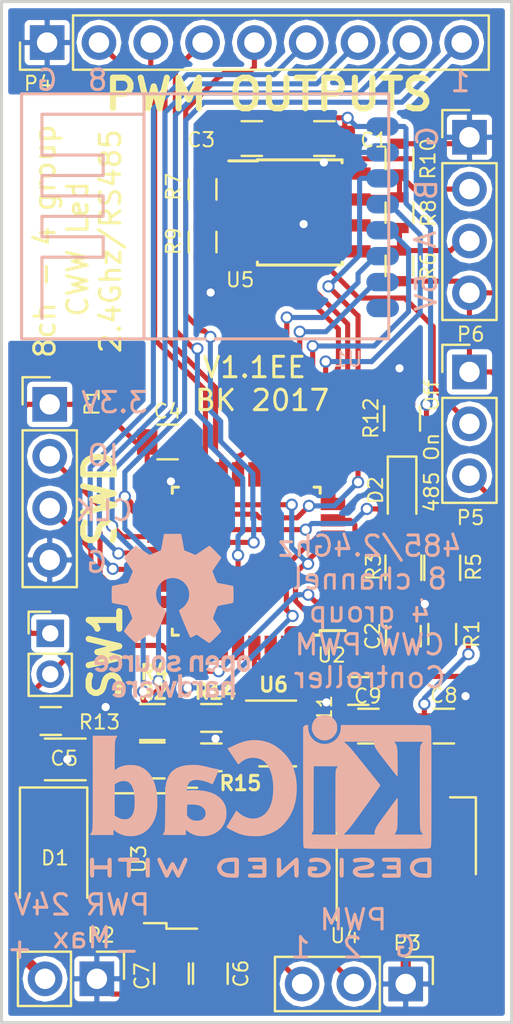
<source format=kicad_pcb>
(kicad_pcb (version 4) (host pcbnew 4.0.2-stable)
  (title_block (date 2017-06-26))
  (layers (0 F.Cu signal) (31 B.Cu signal) (34 B.Paste user) (35 F.Paste user) (36 B.SilkS user) (37 F.SilkS user) (38 B.Mask user) (39 F.Mask user) (44 Edge.Cuts user))
  (net 0 "")
  (net 1 GND)
  (net 2 +3V3)
  (net 3 /NRST)
  (net 4 +12V)
  (net 5 +5V)
  (net 6 /PWM_1)
  (net 7 /PWM_2)
  (net 8 /PWM_6)
  (net 9 /PWM_5)
  (net 10 /PWM_4)
  (net 11 /PWM_3)
  (net 12 /485_A)
  (net 13 /485_B)
  (net 14 /DE_O)
  (net 15 /DE)
  (net 16 /AD0)
  (net 17 /AD1)
  (net 18 "Net-(R7-Pad1)")
  (net 19 /RxD)
  (net 20 /CE)
  (net 21 /CSN)
  (net 22 /SCLK)
  (net 23 /MOSI)
  (net 24 /MISO)
  (net 25 /IRQ)
  (net 26 /TxD)
  (net 27 /SWDIO)
  (net 28 /SWCLK)
  (net 29 /PWM_7)
  (net 30 /PWM_8)
  (net 31 /LED)
  (net 32 /SCL)
  (net 33 /SDA)
  (net 34 /BOOT0)
  (net 35 "Net-(U1-Pad8)")
  (net 36 "Net-(D2-Pad1)")
  (net 37 /SW1)
  (module Housings_QFP:LQFP-32_7x7mm_Pitch0.8mm (layer F.Cu) (at 111.995 105.4055 180)
    (fp_text reference U2 (at -4.1846 -4.6019 180) (layer F.SilkS) (effects (font (size 0.7 0.7) (thickness 0.1))))
    (fp_text value STM32F030K6)
    (pad 1 smd rect (at -4.25 -2.8 180) (size 1.2 0.6) (layers F.Cu F.Paste F.Mask) (net 2 +3V3))
    (pad 2 smd rect (at -4.25 -2 180) (size 1.2 0.6) (layers F.Cu F.Paste F.Mask) (net 37 /SW1))
    (pad 3 smd rect (at -4.25 -1.2 180) (size 1.2 0.6) (layers F.Cu F.Paste F.Mask) (net 15 /DE))
    (pad 4 smd rect (at -4.25 -0.4 180) (size 1.2 0.6) (layers F.Cu F.Paste F.Mask) (net 3 /NRST))
    (pad 5 smd rect (at -4.25 0.4 180) (size 1.2 0.6) (layers F.Cu F.Paste F.Mask) (net 2 +3V3))
    (pad 6 smd rect (at -4.25 1.2 180) (size 1.2 0.6) (layers F.Cu F.Paste F.Mask) (net 16 /AD0))
    (pad 7 smd rect (at -4.25 2 180) (size 1.2 0.6) (layers F.Cu F.Paste F.Mask) (net 17 /AD1))
    (pad 8 smd rect (at -4.25 2.8 180) (size 1.2 0.6) (layers F.Cu F.Paste F.Mask) (net 26 /TxD))
    (pad 9 smd rect (at -2.8 4.25 270) (size 1.2 0.6) (layers F.Cu F.Paste F.Mask) (net 19 /RxD))
    (pad 10 smd rect (at -2 4.25 270) (size 1.2 0.6) (layers F.Cu F.Paste F.Mask) (net 21 /CSN))
    (pad 11 smd rect (at -1.2 4.25 270) (size 1.2 0.6) (layers F.Cu F.Paste F.Mask) (net 22 /SCLK))
    (pad 12 smd rect (at -0.4 4.25 270) (size 1.2 0.6) (layers F.Cu F.Paste F.Mask) (net 24 /MISO))
    (pad 13 smd rect (at 0.4 4.25 270) (size 1.2 0.6) (layers F.Cu F.Paste F.Mask) (net 23 /MOSI))
    (pad 14 smd rect (at 1.2 4.25 270) (size 1.2 0.6) (layers F.Cu F.Paste F.Mask) (net 29 /PWM_7))
    (pad 15 smd rect (at 2 4.25 270) (size 1.2 0.6) (layers F.Cu F.Paste F.Mask) (net 30 /PWM_8))
    (pad 16 smd rect (at 2.8 4.25 270) (size 1.2 0.6) (layers F.Cu F.Paste F.Mask) (net 1 GND))
    (pad 17 smd rect (at 4.25 2.8 180) (size 1.2 0.6) (layers F.Cu F.Paste F.Mask) (net 2 +3V3))
    (pad 18 smd rect (at 4.25 2 180) (size 1.2 0.6) (layers F.Cu F.Paste F.Mask) (net 6 /PWM_1))
    (pad 19 smd rect (at 4.25 1.2 180) (size 1.2 0.6) (layers F.Cu F.Paste F.Mask) (net 7 /PWM_2))
    (pad 20 smd rect (at 4.25 0.4 180) (size 1.2 0.6) (layers F.Cu F.Paste F.Mask) (net 11 /PWM_3))
    (pad 21 smd rect (at 4.25 -0.4 180) (size 1.2 0.6) (layers F.Cu F.Paste F.Mask) (net 10 /PWM_4))
    (pad 22 smd rect (at 4.25 -1.2 180) (size 1.2 0.6) (layers F.Cu F.Paste F.Mask) (net 25 /IRQ))
    (pad 23 smd rect (at 4.25 -2 180) (size 1.2 0.6) (layers F.Cu F.Paste F.Mask) (net 27 /SWDIO))
    (pad 24 smd rect (at 4.25 -2.8 180) (size 1.2 0.6) (layers F.Cu F.Paste F.Mask) (net 28 /SWCLK))
    (pad 25 smd rect (at 2.8 -4.25 270) (size 1.2 0.6) (layers F.Cu F.Paste F.Mask) (net 20 /CE))
    (pad 26 smd rect (at 2 -4.25 270) (size 1.2 0.6) (layers F.Cu F.Paste F.Mask) (net 31 /LED))
    (pad 27 smd rect (at 1.2 -4.25 270) (size 1.2 0.6) (layers F.Cu F.Paste F.Mask) (net 9 /PWM_5))
    (pad 28 smd rect (at 0.4 -4.25 270) (size 1.2 0.6) (layers F.Cu F.Paste F.Mask) (net 8 /PWM_6))
    (pad 29 smd rect (at -0.4 -4.25 270) (size 1.2 0.6) (layers F.Cu F.Paste F.Mask) (net 32 /SCL))
    (pad 30 smd rect (at -1.2 -4.25 270) (size 1.2 0.6) (layers F.Cu F.Paste F.Mask) (net 33 /SDA))
    (pad 31 smd rect (at -2 -4.25 270) (size 1.2 0.6) (layers F.Cu F.Paste F.Mask) (net 34 /BOOT0))
    (pad 32 smd rect (at -2.8 -4.25 270) (size 1.2 0.6) (layers F.Cu F.Paste F.Mask) (net 1 GND))
  )
  (module Capacitors_SMD:C_0805 (layer F.Cu) (at 115.824 84.709)
    (fp_text reference C1 (at 2.4384 0.0762) (layer F.SilkS) (effects (font (size 0.7 0.7) (thickness 0.1))))
    (fp_text value 100n)
    (pad 1 smd rect (at -1 0) (size 1 1.25) (layers F.Cu F.Paste F.Mask) (net 1 GND))
    (pad 2 smd rect (at 1 0) (size 1 1.25) (layers F.Cu F.Paste F.Mask) (net 2 +3V3))
  )
  (module Capacitors_SMD:C_0805 (layer F.Cu) (at 119.6975 109.077 90)
    (fp_text reference C2 (at 0 -1.5 90) (layer F.SilkS) (effects (font (size 0.7 0.7) (thickness 0.1))))
    (fp_text value 100n)
    (pad 1 smd rect (at -1 0 90) (size 1 1.25) (layers F.Cu F.Paste F.Mask) (net 3 /NRST))
    (pad 2 smd rect (at 1 0 90) (size 1 1.25) (layers F.Cu F.Paste F.Mask) (net 1 GND))
  )
  (module Capacitors_SMD:C_1206 (layer F.Cu) (at 103.124 115.1128)
    (fp_text reference C5 (at -0.0508 -0.0508) (layer F.SilkS) (effects (font (size 0.7 0.7) (thickness 0.1))))
    (fp_text value 10u)
    (pad 1 smd rect (at -1.5 0) (size 1 1.6) (layers F.Cu F.Paste F.Mask) (net 4 +12V))
    (pad 2 smd rect (at 1.5 0) (size 1 1.6) (layers F.Cu F.Paste F.Mask) (net 1 GND))
  )
  (module Capacitors_SMD:C_0805 (layer F.Cu) (at 110.236 125.603 270)
    (fp_text reference C6 (at 0 -1.5 270) (layer F.SilkS) (effects (font (size 0.7 0.7) (thickness 0.1))))
    (fp_text value 10u)
    (pad 1 smd rect (at -1 0 270) (size 1 1.25) (layers F.Cu F.Paste F.Mask) (net 5 +5V))
    (pad 2 smd rect (at 1 0 270) (size 1 1.25) (layers F.Cu F.Paste F.Mask) (net 1 GND))
  )
  (module Capacitors_SMD:C_0805 (layer F.Cu) (at 108.331 125.603 270)
    (fp_text reference C7 (at 0.127 1.4478 270) (layer F.SilkS) (effects (font (size 0.7 0.7) (thickness 0.1))))
    (fp_text value 100n)
    (pad 1 smd rect (at -1 0 270) (size 1 1.25) (layers F.Cu F.Paste F.Mask) (net 5 +5V))
    (pad 2 smd rect (at 1 0 270) (size 1 1.25) (layers F.Cu F.Paste F.Mask) (net 1 GND))
  )
  (module Capacitors_SMD:C_0805 (layer F.Cu) (at 121.682 113.4825)
    (fp_text reference C8 (at 0 -1.5) (layer F.SilkS) (effects (font (size 0.7 0.7) (thickness 0.1))))
    (fp_text value 10u)
    (pad 1 smd rect (at -1 0) (size 1 1.25) (layers F.Cu F.Paste F.Mask) (net 2 +3V3))
    (pad 2 smd rect (at 1 0) (size 1 1.25) (layers F.Cu F.Paste F.Mask) (net 1 GND))
  )
  (module Capacitors_SMD:C_0805 (layer F.Cu) (at 117.983 113.4825 180)
    (fp_text reference C9 (at 0.0254 1.4685 180) (layer F.SilkS) (effects (font (size 0.7 0.7) (thickness 0.1))))
    (fp_text value 100n)
    (pad 1 smd rect (at -1 0 180) (size 1 1.25) (layers F.Cu F.Paste F.Mask) (net 2 +3V3))
    (pad 2 smd rect (at 1 0 180) (size 1 1.25) (layers F.Cu F.Paste F.Mask) (net 1 GND))
  )
  (module Pin_Headers:Pin_Header_Straight_1x04_Pitch2.54mm (layer F.Cu) (at 102.362 97.7265)
    (fp_text reference P1 (at 2.0828 -0.1143 90) (layer F.SilkS) (effects (font (size 0.7 0.7) (thickness 0.1))))
    (fp_text value SWD)
    (pad 1 thru_hole rect (at 0 0) (size 1.7 1.7) (drill 1) (layers *.Cu *.Mask) (net 2 +3V3))
    (pad 2 thru_hole oval (at 0 2.54) (size 1.7 1.7) (drill 1) (layers *.Cu *.Mask) (net 27 /SWDIO))
    (pad 3 thru_hole oval (at 0 5.08) (size 1.7 1.7) (drill 1) (layers *.Cu *.Mask) (net 28 /SWCLK))
    (pad 4 thru_hole oval (at 0 7.62) (size 1.7 1.7) (drill 1) (layers *.Cu *.Mask) (net 1 GND))
  )
  (module Pin_Headers:Pin_Header_Straight_1x02_Pitch2.54mm (layer F.Cu) (at 104.6736 125.8572 270)
    (fp_text reference P2 (at -2.1338 -0.203 360) (layer F.SilkS) (effects (font (size 0.7 0.7) (thickness 0.1))))
    (fp_text value PWR)
    (pad 1 thru_hole rect (at 0 0 270) (size 1.7 1.7) (drill 1) (layers *.Cu *.Mask) (net 1 GND))
    (pad 2 thru_hole oval (at 0 2.54 270) (size 1.7 1.7) (drill 1) (layers *.Cu *.Mask) (net 4 +12V))
  )
  (module Pin_Headers:Pin_Header_Straight_1x03_Pitch2.54mm (layer F.Cu) (at 119.812 126.1112 270)
    (fp_text reference P3 (at -2.0068 -0.076 360) (layer F.SilkS) (effects (font (size 0.7 0.7) (thickness 0.1))))
    (fp_text value PWM_1)
    (pad 1 thru_hole rect (at 0 0 270) (size 1.7 1.7) (drill 1) (layers *.Cu *.Mask) (net 1 GND))
    (pad 2 thru_hole oval (at 0 2.54 270) (size 1.7 1.7) (drill 1) (layers *.Cu *.Mask) (net 6 /PWM_1))
    (pad 3 thru_hole oval (at 0 5.08 270) (size 1.7 1.7) (drill 1) (layers *.Cu *.Mask) (net 7 /PWM_2))
  )
  (module Pin_Headers:Pin_Header_Straight_1x03_Pitch2.54mm (layer F.Cu) (at 122.936 96.139)
    (fp_text reference P5 (at 0.0508 7.1374) (layer F.SilkS) (effects (font (size 0.7 0.7) (thickness 0.1))))
    (fp_text value 485_EN)
    (pad 1 thru_hole rect (at 0 0) (size 1.7 1.7) (drill 1) (layers *.Cu *.Mask) (net 5 +5V))
    (pad 2 thru_hole oval (at 0 2.54) (size 1.7 1.7) (drill 1) (layers *.Cu *.Mask) (net 14 /DE_O))
    (pad 3 thru_hole oval (at 0 5.08) (size 1.7 1.7) (drill 1) (layers *.Cu *.Mask) (net 15 /DE))
  )
  (module Resistors_SMD:R_0603 (layer F.Cu) (at 121.6025 108.978 270)
    (fp_text reference R1 (at 0 -1.45 270) (layer F.SilkS) (effects (font (size 0.7 0.7) (thickness 0.1))))
    (fp_text value 10K)
    (pad 1 smd rect (at -0.75 0 270) (size 0.5 0.9) (layers F.Cu F.Paste F.Mask) (net 2 +3V3))
    (pad 2 smd rect (at 0.75 0 270) (size 0.5 0.9) (layers F.Cu F.Paste F.Mask) (net 3 /NRST))
  )
  (module Resistors_SMD:R_0805 (layer F.Cu) (at 107.3912 115.1636)
    (fp_text reference R2 (at 0.0508 -3.3528) (layer F.SilkS) (effects (font (size 0.7 0.7))))
    (fp_text value 62K)
    (pad 1 smd rect (at -0.95 0) (size 0.7 1.3) (layers F.Cu F.Paste F.Mask) (net 4 +12V))
    (pad 2 smd rect (at 0.95 0) (size 0.7 1.3) (layers F.Cu F.Paste F.Mask) (net 16 /AD0))
  )
  (module Resistors_SMD:R_0805 (layer F.Cu) (at 121.6025 105.73 90)
    (fp_text reference R3 (at 0.0406 -3.3655 90) (layer F.SilkS) (effects (font (size 0.7 0.7) (thickness 0.1))))
    (fp_text value 6.2K)
    (pad 1 smd rect (at -0.95 0 90) (size 0.7 1.3) (layers F.Cu F.Paste F.Mask) (net 2 +3V3))
    (pad 2 smd rect (at 0.95 0 90) (size 0.7 1.3) (layers F.Cu F.Paste F.Mask) (net 17 /AD1))
  )
  (module Resistors_SMD:R_0805 (layer F.Cu) (at 119.6975 105.725 270)
    (fp_text reference R5 (at -0.0356 -3.4417 270) (layer F.SilkS) (effects (font (size 0.7 0.7) (thickness 0.1))))
    (fp_text value "10K NTC")
    (pad 1 smd rect (at -0.95 0 270) (size 0.7 1.3) (layers F.Cu F.Paste F.Mask) (net 17 /AD1))
    (pad 2 smd rect (at 0.95 0 270) (size 0.7 1.3) (layers F.Cu F.Paste F.Mask) (net 1 GND))
  )
  (module Resistors_SMD:R_0603 (layer F.Cu) (at 119.507 90.944 90)
    (fp_text reference R6 (at -0.0134 1.397 90) (layer F.SilkS) (effects (font (size 0.7 0.7) (thickness 0.1))))
    (fp_text value 510)
    (pad 1 smd rect (at -0.75 0 90) (size 0.5 0.9) (layers F.Cu F.Paste F.Mask) (net 5 +5V))
    (pad 2 smd rect (at 0.75 0 90) (size 0.5 0.9) (layers F.Cu F.Paste F.Mask) (net 12 /485_A))
  )
  (module Resistors_SMD:R_0603 (layer F.Cu) (at 109.855 87.1975 270)
    (fp_text reference R7 (at -0.1263 1.4224 270) (layer F.SilkS) (effects (font (size 0.7 0.7) (thickness 0.1))))
    (fp_text value 10K)
    (pad 1 smd rect (at -0.75 0 270) (size 0.5 0.9) (layers F.Cu F.Paste F.Mask) (net 18 "Net-(R7-Pad1)"))
    (pad 2 smd rect (at 0.75 0 270) (size 0.5 0.9) (layers F.Cu F.Paste F.Mask) (net 19 /RxD))
  )
  (module Resistors_SMD:R_0603 (layer F.Cu) (at 119.507 88.3405 90)
    (fp_text reference R8 (at -0.0261 1.4224 270) (layer F.SilkS) (effects (font (size 0.7 0.7) (thickness 0.1))))
    (fp_text value 120)
    (pad 1 smd rect (at -0.75 0 90) (size 0.5 0.9) (layers F.Cu F.Paste F.Mask) (net 12 /485_A))
    (pad 2 smd rect (at 0.75 0 90) (size 0.5 0.9) (layers F.Cu F.Paste F.Mask) (net 13 /485_B))
  )
  (module Resistors_SMD:R_0603 (layer F.Cu) (at 109.855 89.777 270)
    (fp_text reference R9 (at -0.0388 1.4224 270) (layer F.SilkS) (effects (font (size 0.7 0.7) (thickness 0.1))))
    (fp_text value 20k)
    (pad 1 smd rect (at -0.75 0 270) (size 0.5 0.9) (layers F.Cu F.Paste F.Mask) (net 19 /RxD))
    (pad 2 smd rect (at 0.75 0 270) (size 0.5 0.9) (layers F.Cu F.Paste F.Mask) (net 1 GND))
  )
  (module Resistors_SMD:R_0603 (layer F.Cu) (at 119.507 85.713 90)
    (fp_text reference R10 (at 0.0134 1.397 90) (layer F.SilkS) (effects (font (size 0.7 0.7) (thickness 0.1))))
    (fp_text value 510)
    (pad 1 smd rect (at -0.75 0 90) (size 0.5 0.9) (layers F.Cu F.Paste F.Mask) (net 13 /485_B))
    (pad 2 smd rect (at 0.75 0 90) (size 0.5 0.9) (layers F.Cu F.Paste F.Mask) (net 1 GND))
  )
  (module BK_Common:NRF24L01_12x18mm (layer B.Cu) (at 109.982 88.519 270)
    (fp_text reference U1 (at 7 -7 540) (layer B.SilkS) (effects (font (size 0.7 0.7) (thickness 0.1)) (justify mirror)))
    (fp_text value nRF24L01_12x18mm)
    (pad 1 smd oval (at -4.4 -8.7 270) (size 0.9 1.6) (layers B.Cu B.Paste B.Mask) (net 2 +3V3))
    (pad 2 smd oval (at -3.13 -8.7 270) (size 0.9 1.6) (layers B.Cu B.Paste B.Mask) (net 1 GND))
    (pad 3 smd oval (at -1.86 -8.7 270) (size 0.9 1.6) (layers B.Cu B.Paste B.Mask) (net 20 /CE))
    (pad 4 smd oval (at -0.59 -8.7 270) (size 0.9 1.6) (layers B.Cu B.Paste B.Mask) (net 21 /CSN))
    (pad 5 smd oval (at 0.68 -8.7 270) (size 0.9 1.6) (layers B.Cu B.Paste B.Mask) (net 22 /SCLK))
    (pad 6 smd oval (at 1.95 -8.7 270) (size 0.9 1.6) (layers B.Cu B.Paste B.Mask) (net 23 /MOSI))
    (pad 7 smd oval (at 3.22 -8.7 270) (size 0.9 1.6) (layers B.Cu B.Paste B.Mask) (net 24 /MISO))
    (pad 8 smd oval (at 4.49 -8.7 270) (size 0.9 1.6) (layers B.Cu B.Paste B.Mask) (net 35 "Net-(U1-Pad8)"))
  )
  (module TO_SOT_Packages_SMD:TO-252-2 (layer F.Cu) (at 110.5535 119.9515)
    (fp_text reference U3 (at -3.8227 0.0381 90) (layer F.SilkS) (effects (font (size 0.7 0.7) (thickness 0.1))))
    (fp_text value MC78M05CDT)
    (pad 1 smd rect (at -4.2 -2.28) (size 2.2 1.2) (layers F.Cu F.Paste F.Mask) (net 4 +12V))
    (pad 3 smd rect (at -4.2 2.28) (size 2.2 1.2) (layers F.Cu F.Paste F.Mask) (net 5 +5V))
    (pad 2 smd rect (at 2.1 0) (size 6.4 5.8) (layers F.Cu F.Mask) (net 1 GND))
    (pad 2 smd rect (at 3.775 1.525) (size 3.05 2.75) (layers F.Cu F.Paste) (net 1 GND))
    (pad 2 smd rect (at 0.425 -1.525) (size 3.05 2.75) (layers F.Cu F.Paste) (net 1 GND))
    (pad 2 smd rect (at 3.775 -1.525) (size 3.05 2.75) (layers F.Cu F.Paste) (net 1 GND))
    (pad 2 smd rect (at 0.425 1.525) (size 3.05 2.75) (layers F.Cu F.Paste) (net 1 GND))
  )
  (module TO_SOT_Packages_SMD:SOT-223 (layer F.Cu) (at 119.8405 118.88 90)
    (fp_text reference U4 (at -4.8688 -3.0259 180) (layer F.SilkS) (effects (font (size 0.7 0.7) (thickness 0.1))))
    (fp_text value AMS1117)
    (pad 4 smd rect (at 3.15 0 90) (size 2 3.8) (layers F.Cu F.Paste F.Mask) (net 2 +3V3))
    (pad 2 smd rect (at -3.15 0 90) (size 2 1.5) (layers F.Cu F.Paste F.Mask) (net 2 +3V3))
    (pad 3 smd rect (at -3.15 2.3 90) (size 2 1.5) (layers F.Cu F.Paste F.Mask) (net 5 +5V))
    (pad 1 smd rect (at -3.15 -2.3 90) (size 2 1.5) (layers F.Cu F.Paste F.Mask) (net 1 GND))
  )
  (module Housings_SOIC:SOIC-8_3.9x4.9mm_Pitch1.27mm (layer F.Cu) (at 114.6175 88.3285)
    (fp_text reference U5 (at -2.921 3.302) (layer F.SilkS) (effects (font (size 0.7 0.7) (thickness 0.1))))
    (fp_text value MAX487)
    (pad 1 smd rect (at -2.7 -1.905) (size 1.55 0.6) (layers F.Cu F.Paste F.Mask) (net 18 "Net-(R7-Pad1)"))
    (pad 2 smd rect (at -2.7 -0.635) (size 1.55 0.6) (layers F.Cu F.Paste F.Mask) (net 14 /DE_O))
    (pad 3 smd rect (at -2.7 0.635) (size 1.55 0.6) (layers F.Cu F.Paste F.Mask) (net 14 /DE_O))
    (pad 4 smd rect (at -2.7 1.905) (size 1.55 0.6) (layers F.Cu F.Paste F.Mask) (net 26 /TxD))
    (pad 5 smd rect (at 2.7 1.905) (size 1.55 0.6) (layers F.Cu F.Paste F.Mask) (net 1 GND))
    (pad 6 smd rect (at 2.7 0.635) (size 1.55 0.6) (layers F.Cu F.Paste F.Mask) (net 12 /485_A))
    (pad 7 smd rect (at 2.7 -0.635) (size 1.55 0.6) (layers F.Cu F.Paste F.Mask) (net 13 /485_B))
    (pad 8 smd rect (at 2.7 -1.905) (size 1.55 0.6) (layers F.Cu F.Paste F.Mask) (net 5 +5V))
  )
  (module Diodes_SMD:D_SMA (layer F.Cu) (at 102.5525 119.888 270)
    (fp_text reference D1 (at 0.0508 -0.0635 360) (layer F.SilkS) (effects (font (size 0.7 0.7) (thickness 0.1))))
    (fp_text value SS14)
    (pad 1 smd rect (at -2 0 270) (size 2.5 1.8) (layers F.Cu F.Paste F.Mask) (net 4 +12V))
    (pad 2 smd rect (at 2 0 270) (size 2.5 1.8) (layers F.Cu F.Paste F.Mask) (net 5 +5V))
  )
  (module Pin_Headers:Pin_Header_Straight_1x09_Pitch2.54mm (layer F.Cu) (at 102.235 80.01 90)
    (fp_text reference P4 (at -2.0066 -0.4572 180) (layer F.SilkS) (effects (font (size 0.7 0.7) (thickness 0.1))))
    (fp_text value PWM)
    (pad 1 thru_hole rect (at 0 0 90) (size 1.7 1.7) (drill 1) (layers *.Cu *.Mask) (net 1 GND))
    (pad 2 thru_hole oval (at 0 2.54 90) (size 1.7 1.7) (drill 1) (layers *.Cu *.Mask) (net 30 /PWM_8))
    (pad 3 thru_hole oval (at 0 5.08 90) (size 1.7 1.7) (drill 1) (layers *.Cu *.Mask) (net 29 /PWM_7))
    (pad 4 thru_hole oval (at 0 7.62 90) (size 1.7 1.7) (drill 1) (layers *.Cu *.Mask) (net 8 /PWM_6))
    (pad 5 thru_hole oval (at 0 10.16 90) (size 1.7 1.7) (drill 1) (layers *.Cu *.Mask) (net 9 /PWM_5))
    (pad 6 thru_hole oval (at 0 12.7 90) (size 1.7 1.7) (drill 1) (layers *.Cu *.Mask) (net 10 /PWM_4))
    (pad 7 thru_hole oval (at 0 15.24 90) (size 1.7 1.7) (drill 1) (layers *.Cu *.Mask) (net 11 /PWM_3))
    (pad 8 thru_hole oval (at 0 17.78 90) (size 1.7 1.7) (drill 1) (layers *.Cu *.Mask) (net 7 /PWM_2))
    (pad 9 thru_hole oval (at 0 20.32 90) (size 1.7 1.7) (drill 1) (layers *.Cu *.Mask) (net 6 /PWM_1))
  )
  (module Pin_Headers:Pin_Header_Straight_1x04_Pitch2.54mm (layer F.Cu) (at 122.936 84.6455)
    (fp_text reference P6 (at 0.0635 9.652) (layer F.SilkS) (effects (font (size 0.7 0.7) (thickness 0.1))))
    (fp_text value 485)
    (pad 1 thru_hole rect (at 0 0) (size 1.7 1.7) (drill 1) (layers *.Cu *.Mask) (net 1 GND))
    (pad 2 thru_hole oval (at 0 2.54) (size 1.7 1.7) (drill 1) (layers *.Cu *.Mask) (net 13 /485_B))
    (pad 3 thru_hole oval (at 0 5.08) (size 1.7 1.7) (drill 1) (layers *.Cu *.Mask) (net 12 /485_A))
    (pad 4 thru_hole oval (at 0 7.62) (size 1.7 1.7) (drill 1) (layers *.Cu *.Mask) (net 5 +5V))
  )
  (module Resistors_SMD:R_0805 (layer F.Cu) (at 119.634 98.4148 90)
    (fp_text reference R12 (at 0.0102 -1.524 90) (layer F.SilkS) (effects (font (size 0.7 0.7) (thickness 0.1))))
    (fp_text value 1K)
    (pad 1 smd rect (at -0.95 0 90) (size 0.7 1.3) (layers F.Cu F.Paste F.Mask) (net 36 "Net-(D2-Pad1)"))
    (pad 2 smd rect (at 0.95 0 90) (size 0.7 1.3) (layers F.Cu F.Paste F.Mask) (net 1 GND))
  )
  (module Pin_Headers:Pin_Header_Straight_1x02_Pitch2.00mm (layer F.Cu) (at 102.3874 108.9406)
    (fp_text reference SW1 (at 2.7051 0.9144 90) (layer F.SilkS) (effects (font (size 1.5 1.5) (thickness 0.3))))
    (fp_text value SW)
    (pad 1 thru_hole rect (at 0 0) (size 1.35 1.35) (drill 0.8) (layers *.Cu *.Mask) (net 2 +3V3))
    (pad 2 thru_hole oval (at 0 2) (size 1.35 1.35) (drill 0.8) (layers *.Cu *.Mask) (net 37 /SW1))
  )
  (module LEDs:LED_0805 (layer F.Cu) (at 119.634 102.0826 270)
    (fp_text reference D2 (at -0.1524 1.2954 270) (layer F.SilkS) (effects (font (size 0.7 0.7) (thickness 0.1))))
    (fp_text value ACT)
    (pad 2 smd rect (at 1.1 0 90) (size 1.2 1.2) (layers F.Cu F.Paste F.Mask) (net 31 /LED))
    (pad 1 smd rect (at -1.1 0 90) (size 1.2 1.2) (layers F.Cu F.Paste F.Mask) (net 36 "Net-(D2-Pad1)"))
  )
  (module Capacitors_SMD:C_0805 (layer F.Cu) (at 108.1405 99.568)
    (fp_text reference C4 (at 0 -1.5) (layer F.SilkS) (effects (font (size 0.7 0.7) (thickness 0.1))))
    (fp_text value 100n)
    (pad 1 smd rect (at -1 0) (size 1 1.25) (layers F.Cu F.Paste F.Mask) (net 2 +3V3))
    (pad 2 smd rect (at 1 0) (size 1 1.25) (layers F.Cu F.Paste F.Mask) (net 1 GND))
  )
  (module Resistors_SMD:R_0603 (layer F.Cu) (at 117.4884 111.76 180)
    (fp_text reference R11 (at 1.651 -1.2065 270) (layer F.SilkS) (effects (font (size 0.7 0.7) (thickness 0.1))))
    (fp_text value 10K)
    (pad 1 smd rect (at -0.75 0 180) (size 0.5 0.9) (layers F.Cu F.Paste F.Mask) (net 2 +3V3))
    (pad 2 smd rect (at 0.75 0 180) (size 0.5 0.9) (layers F.Cu F.Paste F.Mask) (net 34 /BOOT0))
  )
  (module Resistors_SMD:R_0603 (layer F.Cu) (at 102.4128 113.2332)
    (fp_text reference R13 (at 2.3876 0.0508) (layer F.SilkS) (effects (font (size 0.7 0.7) (thickness 0.1))))
    (fp_text value 10K)
    (pad 1 smd rect (at -0.75 0) (size 0.5 0.9) (layers F.Cu F.Paste F.Mask) (net 37 /SW1))
    (pad 2 smd rect (at 0.75 0) (size 0.5 0.9) (layers F.Cu F.Paste F.Mask) (net 1 GND))
  )
  (module Symbols:KiCad-Logo2_8mm_SilkScreen (layer B.Cu) (at 112.7125 116.9035 180)
    (fp_text reference REF*** hide)
    (fp_text value KiCad-Logo2_8mm_SilkScreen hide)
  )
  (module Symbols:OSHW-Logo_7.5x8mm_SilkScreen (layer B.Cu) (at 108.3945 108.077 180)
    (fp_text reference REF*** hide)
    (fp_text value OSHW-Logo_7.5x8mm_SilkScreen hide)
  )
  (module Capacitors_SMD:C_0805 (layer F.Cu) (at 112.268 84.709)
    (fp_text reference C3 (at -2.4765 0.0635) (layer F.SilkS) (effects (font (size 0.7 0.7) (thickness 0.1))))
    (fp_text value 10u)
    (pad 1 smd rect (at -1 0) (size 1 1.25) (layers F.Cu F.Paste F.Mask) (net 1 GND))
    (pad 2 smd rect (at 1 0) (size 1 1.25) (layers F.Cu F.Paste F.Mask) (net 2 +3V3))
  )
  (module Resistors_SMD:R_0805 (layer F.Cu) (at 107.3912 113.284 180)
    (fp_text reference R4 (at -0.1016 2.4384 360) (layer F.SilkS) (effects (font (size 0.7 0.7))))
    (fp_text value 10K)
    (pad 1 smd rect (at -0.95 0 180) (size 0.7 1.3) (layers F.Cu F.Paste F.Mask) (net 16 /AD0))
    (pad 2 smd rect (at 0.95 0 180) (size 0.7 1.3) (layers F.Cu F.Paste F.Mask) (net 1 GND))
  )
  (module TO_SOT_Packages_SMD:SOT-23-5 (layer F.Cu) (at 113.538 113.8428)
    (fp_text reference U6 (at -0.2032 -2.3876) (layer F.SilkS) (effects (font (size 0.7 0.7))))
    (fp_text value AT24CS02)
    (pad 1 smd rect (at -1.1 -0.95) (size 1.06 0.65) (layers F.Cu F.Paste F.Mask) (net 32 /SCL))
    (pad 2 smd rect (at -1.1 0) (size 1.06 0.65) (layers F.Cu F.Paste F.Mask) (net 1 GND))
    (pad 3 smd rect (at -1.1 0.95) (size 1.06 0.65) (layers F.Cu F.Paste F.Mask) (net 33 /SDA))
    (pad 4 smd rect (at 1.1 0.95) (size 1.06 0.65) (layers F.Cu F.Paste F.Mask) (net 2 +3V3))
    (pad 5 smd rect (at 1.1 -0.95) (size 1.06 0.65) (layers F.Cu F.Paste F.Mask) (net 1 GND))
  )
  (module Resistors_SMD:R_0603 (layer F.Cu) (at 110.2868 113.0808)
    (fp_text reference R14 (at 0.2032 -1.27) (layer F.SilkS) (effects (font (size 0.7 0.7))))
    (fp_text value 4K7)
    (pad 1 smd rect (at -0.75 0) (size 0.5 0.9) (layers F.Cu F.Paste F.Mask) (net 2 +3V3))
    (pad 2 smd rect (at 0.75 0) (size 0.5 0.9) (layers F.Cu F.Paste F.Mask) (net 32 /SCL))
  )
  (module Resistors_SMD:R_0603 (layer F.Cu) (at 110.2868 115.0112)
    (fp_text reference R15 (at 1.4224 1.27) (layer F.SilkS) (effects (font (size 0.7 0.7))))
    (fp_text value 4K7)
    (pad 1 smd rect (at -0.75 0) (size 0.5 0.9) (layers F.Cu F.Paste F.Mask) (net 2 +3V3))
    (pad 2 smd rect (at 0.75 0) (size 0.5 0.9) (layers F.Cu F.Paste F.Mask) (net 33 /SDA))
  )
  (gr_text 1 (at 122.4915 81.915) (layer B.SilkS) (effects (font (size 1 1)) (justify mirror)))
  (gr_text 8 (at 104.7115 81.8515) (layer B.SilkS) (effects (font (size 1 1)) (justify mirror)))
  (gr_text G (at 102.235 81.8515) (layer B.SilkS) (effects (font (size 1 1)) (justify mirror)))
  (gr_text "485/2.4Ghz\n8 channel\n4 group\nCWW PWM\nController" (at 118.0465 107.8865) (layer B.SilkS) (effects (font (size 1 1)) (justify mirror)))
  (gr_text G (at 119.7864 124.2822) (layer B.SilkS) (effects (font (size 1 1)) (justify mirror)))
  (gr_text 2 (at 117.1956 124.333) (layer B.SilkS) (effects (font (size 1 1)) (justify mirror)))
  (gr_text 1 (at 114.6556 124.333) (layer B.SilkS) (effects (font (size 1 1)) (justify mirror)))
  (gr_text PWM (at 117.2464 122.9614) (layer B.SilkS) (effects (font (size 1 1)) (justify mirror)))
  (gr_text + (at 100.8888 124.3584) (layer B.SilkS) (effects (font (size 1 1)) (justify mirror)))
  (gr_text - (at 106.1212 124.4346) (layer B.SilkS) (effects (font (size 1 1)) (justify mirror)))
  (gr_text "PWR 24V\nMax" (at 103.9368 123.0376) (layer B.SilkS) (effects (font (size 1 1)) (justify mirror)))
  (gr_text G (at 104.6734 105.4608) (layer B.SilkS) (effects (font (size 1 1)) (justify mirror)))
  (gr_text CLK (at 105.029 102.9208) (layer B.SilkS) (effects (font (size 1 1)) (justify mirror)))
  (gr_text IO (at 104.9782 100.2284) (layer B.SilkS) (effects (font (size 1 1)) (justify mirror)))
  (gr_text 3.3V (at 105.537 97.6376) (layer B.SilkS) (effects (font (size 1 1)) (justify mirror)))
  (gr_text 5V (at 120.8278 92.2528 90) (layer B.SilkS) (effects (font (size 1 1)) (justify mirror)))
  (gr_text G (at 120.8786 84.6074 90) (layer B.SilkS) (effects (font (size 1 1)) (justify mirror)))
  (gr_text B (at 120.8278 87.2236 90) (layer B.SilkS) (effects (font (size 1 1)) (justify mirror)))
  (gr_text A (at 120.777 89.662 90) (layer B.SilkS) (effects (font (size 1 1)) (justify mirror)))
  (gr_text "V1.1EE \nBK 2017" (at 112.776 96.7232) (layer F.SilkS) (effects (font (size 1 1))))
  (gr_text "8ch - 4 group\nCWW Led \n2.4Ghz/RS485" (at 103.7336 89.7382 90) (layer F.SilkS) (effects (font (size 1 1))))
  (gr_text SWD (at 104.8258 102.3366 90) (layer F.SilkS) (effects (font (size 1.5 1.5) (thickness 0.3))))
  (gr_text "PWM OUTPUTS" (at 113.1062 82.55) (layer F.SilkS) (effects (font (size 1.5 1.5) (thickness 0.3))))
  (gr_text "485 On  Off" (at 121.0818 99.7712 90) (layer F.SilkS) (effects (font (size 0.7 0.7) (thickness 0.1))))
  (gr_line (start 100 128) (end 100 78) (layer Edge.Cuts) (width 0.15))
  (gr_line (start 125 128) (end 100 128) (layer Edge.Cuts) (width 0.15))
  (gr_line (start 125 78) (end 125 128) (layer Edge.Cuts) (width 0.15))
  (gr_line (start 100 78) (end 125 78) (layer Edge.Cuts) (width 0.15))
  (segment (start 116.1288 112.5033) (end 116.1101 112.5033) (width 0.25) (layer F.Cu) (net 1))
  (segment (start 116.1101 112.5033) (end 115.9256 112.3188) (width 0.25) (layer F.Cu) (net 1))
  (via (at 115.9256 112.3188) (size 0.6) (drill 0.4) (layers F.Cu B.Cu) (net 1))
  (segment (start 116.983 113.3575) (end 116.1288 112.5033) (width 0.25) (layer F.Cu) (net 1))
  (segment (start 114.795 111.265) (end 114.638 111.422) (width 0.25) (layer F.Cu) (net 1))
  (segment (start 114.638 111.422) (end 114.638 112.8928) (width 0.25) (layer F.Cu) (net 1))
  (segment (start 114.795 109.6555) (end 114.795 111.265) (width 0.25) (layer F.Cu) (net 1))
  (segment (start 115.6281 112.8776) (end 115.6129 112.8928) (width 0.25) (layer F.Cu) (net 1))
  (segment (start 115.6129 112.8928) (end 114.638 112.8928) (width 0.25) (layer F.Cu) (net 1))
  (segment (start 116.983 113.4825) (end 116.233 113.4825) (width 0.25) (layer F.Cu) (net 1))
  (segment (start 116.233 113.4825) (end 115.6281 112.8776) (width 0.25) (layer F.Cu) (net 1))
  (via (at 110.49 114.0968) (size 0.6) (drill 0.4) (layers F.Cu B.Cu) (net 1))
  (segment (start 111.404 114.0968) (end 110.49 114.0968) (width 0.25) (layer F.Cu) (net 1))
  (segment (start 112.438 113.8428) (end 111.658 113.8428) (width 0.25) (layer F.Cu) (net 1))
  (segment (start 111.658 113.8428) (end 111.404 114.0968) (width 0.25) (layer F.Cu) (net 1))
  (via (at 105.1052 112.548) (size 0.6) (drill 0.4) (layers F.Cu B.Cu) (net 1))
  (segment (start 106.4412 113.284) (end 105.8412 113.284) (width 0.25) (layer F.Cu) (net 1))
  (segment (start 105.8412 113.284) (end 105.1052 112.548) (width 0.25) (layer F.Cu) (net 1))
  (segment (start 116.983 113.4825) (end 116.983 113.3575) (width 0.25) (layer F.Cu) (net 1))
  (via (at 103.2256 115.1128) (size 0.6) (drill 0.4) (layers F.Cu B.Cu) (net 1))
  (segment (start 104.624 115.1128) (end 103.2256 115.1128) (width 0.25) (layer F.Cu) (net 1))
  (segment (start 103.1628 113.2332) (end 104.0892 113.2332) (width 0.25) (layer F.Cu) (net 1))
  (segment (start 104.0892 113.2332) (end 104.624 113.768) (width 0.25) (layer F.Cu) (net 1))
  (segment (start 104.624 113.768) (end 104.624 115.1128) (width 0.25) (layer F.Cu) (net 1))
  (segment (start 104.624 115.1128) (end 104.624 114.8128) (width 0.25) (layer F.Cu) (net 1))
  (segment (start 115.5446 84.7471) (end 115.5065 84.709) (width 0.25) (layer F.Cu) (net 1))
  (segment (start 115.5065 84.709) (end 114.824 84.709) (width 0.25) (layer F.Cu) (net 1))
  (segment (start 115.5446 85.6234) (end 115.5446 84.7471) (width 0.25) (layer F.Cu) (net 1))
  (segment (start 111.268 84.709) (end 111.268 84.834) (width 0.25) (layer F.Cu) (net 1))
  (segment (start 111.268 84.834) (end 112.232499 85.798499) (width 0.25) (layer F.Cu) (net 1))
  (segment (start 112.232499 85.798499) (end 115.295435 85.798499) (width 0.25) (layer F.Cu) (net 1))
  (segment (start 115.295435 85.798499) (end 115.374336 85.8774) (width 0.25) (layer F.Cu) (net 1))
  (segment (start 115.374336 85.8774) (end 115.7986 85.8774) (width 0.25) (layer F.Cu) (net 1))
  (segment (start 119.7102 96.8648) (end 119.7102 97.4648) (width 0.25) (layer F.Cu) (net 1))
  (segment (start 114.4785 118.4265) (end 114.3285 118.4265) (width 0.25) (layer F.Cu) (net 1))
  (via (at 119.507 95.9612) (size 0.6) (drill 0.4) (layers F.Cu B.Cu) (net 1))
  (segment (start 119.507 96.6616) (end 119.507 95.9612) (width 0.25) (layer F.Cu) (net 1))
  (segment (start 119.7102 96.8648) (end 119.507 96.6616) (width 0.25) (layer F.Cu) (net 1))
  (via (at 108.3021 101.4984) (size 0.6) (drill 0.4) (layers F.Cu B.Cu) (net 1))
  (segment (start 109.195 101.1555) (end 108.645 101.1555) (width 0.25) (layer F.Cu) (net 1))
  (segment (start 108.645 101.1555) (end 108.3021 101.4984) (width 0.25) (layer F.Cu) (net 1))
  (via (at 115.7986 85.8774) (size 0.6) (drill 0.4) (layers F.Cu B.Cu) (net 1))
  (segment (start 115.5446 85.6234) (end 115.7986 85.8774) (width 0.25) (layer F.Cu) (net 1))
  (segment (start 119.812 126.1112) (end 119.812 124.7612) (width 0.5) (layer F.Cu) (net 1))
  (segment (start 119.812 124.7612) (end 118.9393 123.8885) (width 0.5) (layer F.Cu) (net 1))
  (segment (start 118.9393 123.8885) (end 116.1415 123.8885) (width 0.5) (layer F.Cu) (net 1))
  (segment (start 116.1415 123.8885) (end 114.3285 122.0755) (width 0.5) (layer F.Cu) (net 1))
  (segment (start 114.3285 122.0755) (end 114.3285 121.4765) (width 0.5) (layer F.Cu) (net 1))
  (via (at 122.7455 112.014) (size 0.6) (drill 0.4) (layers F.Cu B.Cu) (net 1))
  (segment (start 122.7455 112.544) (end 122.7455 112.014) (width 0.25) (layer F.Cu) (net 1))
  (segment (start 122.682 113.4825) (end 122.682 112.6075) (width 0.25) (layer F.Cu) (net 1))
  (segment (start 122.682 112.6075) (end 122.7455 112.544) (width 0.25) (layer F.Cu) (net 1))
  (segment (start 115.509 88.9) (end 114.808 88.9) (width 0.25) (layer F.Cu) (net 1))
  (via (at 114.808 88.9) (size 0.6) (drill 0.4) (layers F.Cu B.Cu) (net 1))
  (segment (start 117.3175 90.2335) (end 116.8425 90.2335) (width 0.25) (layer F.Cu) (net 1))
  (segment (start 116.8425 90.2335) (end 115.509 88.9) (width 0.25) (layer F.Cu) (net 1))
  (segment (start 117.5405 122.03) (end 114.882 122.03) (width 0.5) (layer F.Cu) (net 1))
  (segment (start 114.882 122.03) (end 114.3285 121.4765) (width 0.5) (layer F.Cu) (net 1))
  (via (at 110.25 92.25) (size 0.6) (drill 0.4) (layers F.Cu B.Cu) (net 1))
  (segment (start 109.855 91.855) (end 110.25 92.25) (width 0.25) (layer F.Cu) (net 1))
  (segment (start 109.855 90.527) (end 109.855 91.855) (width 0.25) (layer F.Cu) (net 1))
  (segment (start 120.75 107.8995) (end 120.75 107.5) (width 0.25) (layer F.Cu) (net 1))
  (via (at 120.75 107.5) (size 0.6) (drill 0.4) (layers F.Cu B.Cu) (net 1))
  (segment (start 119.6975 108.077) (end 120.5725 108.077) (width 0.25) (layer F.Cu) (net 1))
  (segment (start 120.5725 108.077) (end 120.75 107.8995) (width 0.25) (layer F.Cu) (net 1))
  (segment (start 114.795 109.6555) (end 114.795 109.9555) (width 0.25) (layer F.Cu) (net 1))
  (segment (start 109.195 101.1555) (end 109.195 99.694) (width 0.25) (layer F.Cu) (net 1))
  (segment (start 109.195 99.694) (end 109.069 99.568) (width 0.25) (layer F.Cu) (net 1))
  (segment (start 119.6975 106.675) (end 119.6975 108.077) (width 0.25) (layer F.Cu) (net 1))
  (segment (start 119.507 84.963) (end 122.6185 84.963) (width 0.25) (layer F.Cu) (net 1))
  (segment (start 122.6185 84.963) (end 122.936 84.6455) (width 0.25) (layer F.Cu) (net 1))
  (segment (start 116.983 113.6075) (end 116.983 113.4825) (width 0.25) (layer F.Cu) (net 1))
  (segment (start 108.331 126.603) (end 105.4194 126.603) (width 0.25) (layer F.Cu) (net 1))
  (segment (start 105.4194 126.603) (end 104.6736 125.8572) (width 0.25) (layer F.Cu) (net 1))
  (segment (start 110.236 126.603) (end 108.331 126.603) (width 0.25) (layer F.Cu) (net 1))
  (segment (start 109.5368 113.0808) (end 109.5368 115.0112) (width 0.25) (layer F.Cu) (net 2))
  (segment (start 114.3 116.078) (end 114.638 115.74) (width 0.25) (layer F.Cu) (net 2))
  (segment (start 114.638 115.74) (end 114.638 114.7928) (width 0.25) (layer F.Cu) (net 2))
  (segment (start 109.9036 116.078) (end 114.3 116.078) (width 0.25) (layer F.Cu) (net 2))
  (segment (start 109.5368 115.0112) (end 109.5368 115.7112) (width 0.25) (layer F.Cu) (net 2))
  (segment (start 109.5368 115.7112) (end 109.9036 116.078) (width 0.25) (layer F.Cu) (net 2))
  (segment (start 119.8405 115.73) (end 117.4064 115.73) (width 0.25) (layer F.Cu) (net 2))
  (segment (start 116.398 114.7928) (end 114.638 114.7928) (width 0.25) (layer F.Cu) (net 2))
  (segment (start 117.4064 115.73) (end 116.4336 114.7572) (width 0.25) (layer F.Cu) (net 2))
  (segment (start 116.4336 114.7572) (end 116.398 114.7928) (width 0.25) (layer F.Cu) (net 2))
  (segment (start 117.0432 109.7788) (end 118.2384 110.974) (width 0.25) (layer F.Cu) (net 2))
  (segment (start 118.2384 110.974) (end 118.2384 111.76) (width 0.25) (layer F.Cu) (net 2))
  (segment (start 117.0432 109.5537) (end 117.0432 109.7788) (width 0.25) (layer F.Cu) (net 2))
  (segment (start 116.245 108.2055) (end 116.245 108.7555) (width 0.25) (layer F.Cu) (net 2))
  (segment (start 116.245 108.7555) (end 117.0432 109.5537) (width 0.25) (layer F.Cu) (net 2))
  (segment (start 118.983 113.4825) (end 118.983 112.5046) (width 0.25) (layer F.Cu) (net 2))
  (segment (start 118.983 112.5046) (end 118.2384 111.76) (width 0.25) (layer F.Cu) (net 2))
  (segment (start 120.8278 97.7392) (end 121.031 97.536) (width 0.25) (layer B.Cu) (net 2))
  (segment (start 121.031 97.536) (end 121.031 89.0905) (width 0.25) (layer B.Cu) (net 2))
  (segment (start 121.031 89.0905) (end 119.8245 87.884) (width 0.25) (layer B.Cu) (net 2))
  (segment (start 119.8245 87.884) (end 119.8245 84.2115) (width 0.25) (layer B.Cu) (net 2))
  (segment (start 119.8245 84.2115) (end 119.732 84.119) (width 0.25) (layer B.Cu) (net 2))
  (segment (start 119.732 84.119) (end 118.682 84.119) (width 0.25) (layer B.Cu) (net 2))
  (segment (start 113.268 84.709) (end 113.268 83.834) (width 0.25) (layer F.Cu) (net 2))
  (segment (start 113.268 83.834) (end 113.409 83.693) (width 0.25) (layer F.Cu) (net 2))
  (segment (start 113.409 83.693) (end 116.540736 83.693) (width 0.25) (layer F.Cu) (net 2))
  (segment (start 116.540736 83.693) (end 116.965 83.693) (width 0.25) (layer F.Cu) (net 2))
  (segment (start 118.682 84.119) (end 117.391 84.119) (width 0.25) (layer B.Cu) (net 2))
  (segment (start 117.391 84.119) (end 116.965 83.693) (width 0.25) (layer B.Cu) (net 2))
  (via (at 116.965 83.693) (size 0.6) (drill 0.4) (layers F.Cu B.Cu) (net 2))
  (segment (start 116.824 84.709) (end 116.824 83.834) (width 0.25) (layer F.Cu) (net 2))
  (segment (start 116.824 83.834) (end 116.965 83.693) (width 0.25) (layer F.Cu) (net 2))
  (segment (start 107.1405 99.568) (end 107.1405 102.001) (width 0.25) (layer F.Cu) (net 2))
  (segment (start 107.1405 102.001) (end 107.745 102.6055) (width 0.25) (layer F.Cu) (net 2))
  (segment (start 107.1405 99.568) (end 106.553 99.568) (width 0.25) (layer F.Cu) (net 2))
  (segment (start 102.3874 108.9406) (end 101.4624 108.9406) (width 0.25) (layer F.Cu) (net 2))
  (segment (start 101.262 97.7265) (end 102.362 97.7265) (width 0.25) (layer F.Cu) (net 2))
  (segment (start 101.4624 108.9406) (end 100.8634 108.3416) (width 0.25) (layer F.Cu) (net 2))
  (segment (start 100.8634 108.3416) (end 100.8634 98.1251) (width 0.25) (layer F.Cu) (net 2))
  (segment (start 100.8634 98.1251) (end 101.262 97.7265) (width 0.25) (layer F.Cu) (net 2))
  (segment (start 115.269998 108.2055) (end 115.395 108.2055) (width 0.25) (layer F.Cu) (net 2))
  (segment (start 115.395 108.2055) (end 116.245 108.2055) (width 0.25) (layer F.Cu) (net 2))
  (segment (start 114.935 105.4655) (end 114.411599 105.988901) (width 0.25) (layer F.Cu) (net 2))
  (segment (start 114.411599 107.347101) (end 115.269998 108.2055) (width 0.25) (layer F.Cu) (net 2))
  (segment (start 114.411599 105.988901) (end 114.411599 107.347101) (width 0.25) (layer F.Cu) (net 2))
  (segment (start 108.6309 102.6414) (end 114.2238 102.6414) (width 0.25) (layer F.Cu) (net 2))
  (segment (start 107.745 102.6055) (end 108.595 102.6055) (width 0.25) (layer F.Cu) (net 2))
  (segment (start 108.595 102.6055) (end 108.6309 102.6414) (width 0.25) (layer F.Cu) (net 2))
  (segment (start 120.7262 112.395) (end 120.7262 113.4383) (width 0.25) (layer F.Cu) (net 2))
  (segment (start 120.7262 113.4383) (end 120.682 113.4825) (width 0.25) (layer F.Cu) (net 2))
  (segment (start 120.7262 112.1156) (end 120.7262 112.395) (width 0.25) (layer B.Cu) (net 2))
  (via (at 120.7262 112.395) (size 0.6) (drill 0.4) (layers F.Cu B.Cu) (net 2))
  (segment (start 122.585201 110.256599) (end 120.7262 112.1156) (width 0.25) (layer B.Cu) (net 2))
  (segment (start 122.8852 109.9566) (end 122.585201 110.256599) (width 0.25) (layer B.Cu) (net 2))
  (via (at 122.8852 109.9566) (size 0.6) (drill 0.4) (layers F.Cu B.Cu) (net 2))
  (segment (start 122.8852 103.9622) (end 122.8852 109.9566) (width 0.25) (layer F.Cu) (net 2))
  (segment (start 122.577501 103.654501) (end 122.8852 103.9622) (width 0.25) (layer F.Cu) (net 2))
  (segment (start 122.3264 103.378) (end 122.577501 103.629101) (width 0.25) (layer F.Cu) (net 2))
  (segment (start 122.577501 103.629101) (end 122.577501 103.654501) (width 0.25) (layer F.Cu) (net 2))
  (segment (start 121.7168 103.378) (end 122.3264 103.378) (width 0.25) (layer F.Cu) (net 2))
  (segment (start 120.8278 102.489) (end 121.7168 103.378) (width 0.25) (layer F.Cu) (net 2))
  (segment (start 120.8278 97.7392) (end 120.8278 102.489) (width 0.25) (layer F.Cu) (net 2))
  (via (at 120.8278 97.7392) (size 0.6) (drill 0.4) (layers F.Cu B.Cu) (net 2))
  (segment (start 114.726621 105.235915) (end 115.02662 105.535914) (width 0.25) (layer B.Cu) (net 2))
  (segment (start 114.2238 104.733094) (end 114.726621 105.235915) (width 0.25) (layer B.Cu) (net 2))
  (segment (start 114.2238 102.6414) (end 114.2238 104.733094) (width 0.25) (layer B.Cu) (net 2))
  (via (at 115.02662 105.535914) (size 0.6) (drill 0.4) (layers F.Cu B.Cu) (net 2))
  (via (at 114.2238 102.6414) (size 0.6) (drill 0.4) (layers F.Cu B.Cu) (net 2))
  (segment (start 119.8405 122.03) (end 119.8405 120.53) (width 0.5) (layer F.Cu) (net 2))
  (segment (start 119.8405 120.53) (end 119.8405 115.73) (width 0.5) (layer F.Cu) (net 2))
  (segment (start 121.3135 105.791) (end 117.8805 105.791) (width 0.25) (layer F.Cu) (net 2))
  (segment (start 117.8805 105.791) (end 117.095 105.0055) (width 0.25) (layer F.Cu) (net 2))
  (segment (start 121.6025 106.68) (end 121.6025 106.08) (width 0.25) (layer F.Cu) (net 2))
  (segment (start 121.6025 106.08) (end 121.3135 105.791) (width 0.25) (layer F.Cu) (net 2))
  (segment (start 117.095 105.0055) (end 116.245 105.0055) (width 0.25) (layer F.Cu) (net 2))
  (segment (start 114.935 105.4655) (end 114.935 105.664) (width 0.25) (layer F.Cu) (net 2))
  (segment (start 116.245 105.0055) (end 115.395 105.0055) (width 0.25) (layer F.Cu) (net 2))
  (segment (start 115.395 105.0055) (end 114.935 105.4655) (width 0.25) (layer F.Cu) (net 2))
  (segment (start 106.553 99.568) (end 104.7115 97.7265) (width 0.25) (layer F.Cu) (net 2))
  (segment (start 104.7115 97.7265) (end 102.362 97.7265) (width 0.25) (layer F.Cu) (net 2))
  (segment (start 107.569 102.4295) (end 107.745 102.6055) (width 0.25) (layer F.Cu) (net 2))
  (segment (start 121.6025 106.68) (end 121.6025 108.228) (width 0.25) (layer F.Cu) (net 2))
  (segment (start 119.1395 113.326) (end 118.983 113.4825) (width 0.5) (layer F.Cu) (net 2))
  (segment (start 119.8405 115.3875) (end 119.902 115.3875) (width 0.5) (layer F.Cu) (net 2))
  (segment (start 119.902 115.3875) (end 120.682 114.6075) (width 0.5) (layer F.Cu) (net 2))
  (segment (start 120.682 114.6075) (end 120.682 113.4825) (width 0.5) (layer F.Cu) (net 2))
  (segment (start 119.8405 115.73) (end 119.8405 115.3875) (width 0.5) (layer F.Cu) (net 2))
  (segment (start 118.983 113.4825) (end 120.682 113.4825) (width 0.5) (layer F.Cu) (net 2))
  (segment (start 117.095 105.8055) (end 116.245 105.8055) (width 0.25) (layer F.Cu) (net 3))
  (segment (start 118.11 106.8205) (end 117.095 105.8055) (width 0.25) (layer F.Cu) (net 3))
  (segment (start 118.11 108.6145) (end 118.11 106.8205) (width 0.25) (layer F.Cu) (net 3))
  (segment (start 119.5725 110.077) (end 118.11 108.6145) (width 0.25) (layer F.Cu) (net 3))
  (segment (start 119.6975 110.077) (end 119.5725 110.077) (width 0.25) (layer F.Cu) (net 3))
  (segment (start 121.6025 109.728) (end 120.0465 109.728) (width 0.25) (layer F.Cu) (net 3))
  (segment (start 120.0465 109.728) (end 119.6975 110.077) (width 0.25) (layer F.Cu) (net 3))
  (segment (start 106.4412 115.1636) (end 106.4412 117.5838) (width 0.25) (layer F.Cu) (net 4))
  (segment (start 106.4412 117.5838) (end 106.3535 117.6715) (width 0.25) (layer F.Cu) (net 4))
  (segment (start 102.4924 116.2812) (end 102.4924 117.8279) (width 0.5) (layer F.Cu) (net 4))
  (segment (start 102.4924 117.8279) (end 102.5525 117.888) (width 0.5) (layer F.Cu) (net 4))
  (segment (start 101.624 115.1128) (end 101.624 115.4128) (width 0.5) (layer F.Cu) (net 4))
  (segment (start 101.624 115.4128) (end 102.4924 116.2812) (width 0.5) (layer F.Cu) (net 4))
  (segment (start 102.1336 125.8572) (end 100.838 124.5616) (width 0.5) (layer F.Cu) (net 4))
  (segment (start 100.838 124.5616) (end 100.838 118.2025) (width 0.5) (layer F.Cu) (net 4))
  (segment (start 100.838 118.2025) (end 101.1525 117.888) (width 0.5) (layer F.Cu) (net 4))
  (segment (start 101.1525 117.888) (end 102.5525 117.888) (width 0.5) (layer F.Cu) (net 4))
  (segment (start 106.3535 117.6715) (end 106.3535 117.1485) (width 0.5) (layer F.Cu) (net 4))
  (segment (start 106.3535 117.6715) (end 102.769 117.6715) (width 0.5) (layer F.Cu) (net 4))
  (segment (start 102.769 117.6715) (end 102.5525 117.888) (width 0.5) (layer F.Cu) (net 4))
  (segment (start 106.137 117.888) (end 106.3535 117.6715) (width 0.25) (layer F.Cu) (net 4))
  (segment (start 117.3175 86.4235) (end 117.3175 85.8735) (width 0.25) (layer F.Cu) (net 5))
  (segment (start 117.3175 85.8735) (end 117.4914 85.6996) (width 0.25) (layer F.Cu) (net 5))
  (segment (start 117.4914 85.6996) (end 120.9802 85.6996) (width 0.25) (layer F.Cu) (net 5))
  (segment (start 120.9802 85.6996) (end 121.2088 85.9282) (width 0.25) (layer F.Cu) (net 5))
  (segment (start 121.2088 85.9282) (end 123.7234 85.9282) (width 0.25) (layer F.Cu) (net 5))
  (segment (start 123.7234 85.9282) (end 124.206 86.4108) (width 0.25) (layer F.Cu) (net 5))
  (segment (start 124.206 86.4108) (end 124.206 92.197581) (width 0.25) (layer F.Cu) (net 5))
  (segment (start 124.206 92.197581) (end 124.138081 92.2655) (width 0.25) (layer F.Cu) (net 5))
  (segment (start 124.138081 92.2655) (end 122.936 92.2655) (width 0.25) (layer F.Cu) (net 5))
  (segment (start 106.3625 123.952) (end 107.0135 124.603) (width 0.25) (layer F.Cu) (net 5))
  (segment (start 107.0135 124.603) (end 108.331 124.603) (width 0.25) (layer F.Cu) (net 5))
  (segment (start 106.3625 123.0905) (end 106.3625 123.952) (width 0.25) (layer F.Cu) (net 5))
  (segment (start 106.3535 122.2315) (end 106.3535 123.0815) (width 0.25) (layer F.Cu) (net 5))
  (segment (start 106.3535 123.0815) (end 106.3625 123.0905) (width 0.25) (layer F.Cu) (net 5))
  (segment (start 121.412 127.4445) (end 122.1405 126.716) (width 0.25) (layer F.Cu) (net 5))
  (segment (start 122.1405 126.716) (end 122.1405 122.03) (width 0.25) (layer F.Cu) (net 5))
  (segment (start 113.9525 127.4445) (end 121.412 127.4445) (width 0.25) (layer F.Cu) (net 5))
  (segment (start 110.236 124.603) (end 111.111 124.603) (width 0.25) (layer F.Cu) (net 5))
  (segment (start 111.111 124.603) (end 113.9525 127.4445) (width 0.25) (layer F.Cu) (net 5))
  (segment (start 124.2695 118.651) (end 124.2695 96.3725) (width 0.25) (layer F.Cu) (net 5))
  (segment (start 124.2695 96.3725) (end 124.036 96.139) (width 0.25) (layer F.Cu) (net 5))
  (segment (start 124.036 96.139) (end 122.936 96.139) (width 0.25) (layer F.Cu) (net 5))
  (segment (start 122.1405 122.03) (end 122.1405 120.78) (width 0.25) (layer F.Cu) (net 5))
  (segment (start 122.1405 120.78) (end 124.2695 118.651) (width 0.25) (layer F.Cu) (net 5))
  (segment (start 119.507 91.694) (end 122.3645 91.694) (width 0.25) (layer F.Cu) (net 5))
  (segment (start 122.3645 91.694) (end 122.936 92.2655) (width 0.25) (layer F.Cu) (net 5))
  (segment (start 122.936 92.2655) (end 122.936 93.467581) (width 0.25) (layer F.Cu) (net 5))
  (segment (start 122.936 93.467581) (end 122.936 96.139) (width 0.25) (layer F.Cu) (net 5))
  (segment (start 106.3535 122.2315) (end 102.896 122.2315) (width 0.5) (layer F.Cu) (net 5))
  (segment (start 102.896 122.2315) (end 102.5525 121.888) (width 0.5) (layer F.Cu) (net 5))
  (segment (start 106.8535 122.2315) (end 106.3535 122.2315) (width 0.5) (layer F.Cu) (net 5))
  (segment (start 108.331 124.603) (end 108.206 124.603) (width 0.5) (layer F.Cu) (net 5))
  (segment (start 108.206 124.603) (end 108.19 124.587) (width 0.5) (layer F.Cu) (net 5))
  (segment (start 110.236 124.603) (end 108.331 124.603) (width 0.5) (layer F.Cu) (net 5))
  (segment (start 108.2675 116.664087) (end 107.566212 115.962799) (width 0.25) (layer F.Cu) (net 6))
  (segment (start 117.272 126.1112) (end 114.4143 123.2535) (width 0.25) (layer F.Cu) (net 6))
  (segment (start 109.270498 123.2535) (end 108.2675 122.250502) (width 0.25) (layer F.Cu) (net 6))
  (segment (start 108.2675 122.250502) (end 108.2675 116.664087) (width 0.25) (layer F.Cu) (net 6))
  (segment (start 107.696 111.676264) (end 107.696 111.252) (width 0.25) (layer F.Cu) (net 6))
  (segment (start 114.4143 123.2535) (end 109.270498 123.2535) (width 0.25) (layer F.Cu) (net 6))
  (segment (start 107.566212 115.962799) (end 107.566212 111.806052) (width 0.25) (layer F.Cu) (net 6))
  (segment (start 107.566212 111.806052) (end 107.696 111.676264) (width 0.25) (layer F.Cu) (net 6))
  (segment (start 108.975998 94.695998) (end 108.975998 98.1075) (width 0.25) (layer B.Cu) (net 6))
  (segment (start 106.045 101.038498) (end 108.975998 98.1075) (width 0.25) (layer B.Cu) (net 6))
  (segment (start 106.045 102.235) (end 106.045 101.038498) (width 0.25) (layer B.Cu) (net 6))
  (via (at 107.696 111.252) (size 0.6) (drill 0.4) (layers F.Cu B.Cu) (net 6))
  (segment (start 107.696 110.2995) (end 107.696 111.252) (width 0.25) (layer B.Cu) (net 6))
  (segment (start 107.696 105.4735) (end 107.696 110.2995) (width 0.25) (layer B.Cu) (net 6))
  (segment (start 106.045 103.8225) (end 107.696 105.4735) (width 0.25) (layer B.Cu) (net 6))
  (segment (start 106.045 102.235) (end 106.045 103.8225) (width 0.25) (layer B.Cu) (net 6))
  (segment (start 109.0295 94.642496) (end 108.975998 94.695998) (width 0.25) (layer B.Cu) (net 6))
  (segment (start 109.0295 83.82) (end 109.0295 94.642496) (width 0.25) (layer B.Cu) (net 6))
  (segment (start 119.634 82.931) (end 109.9185 82.931) (width 0.25) (layer B.Cu) (net 6))
  (segment (start 109.9185 82.931) (end 109.0295 83.82) (width 0.25) (layer B.Cu) (net 6))
  (segment (start 122.555 80.01) (end 119.634 82.931) (width 0.25) (layer B.Cu) (net 6))
  (segment (start 106.045 102.235) (end 106.344999 102.534999) (width 0.25) (layer F.Cu) (net 6))
  (segment (start 106.344999 102.534999) (end 106.344999 102.855499) (width 0.25) (layer F.Cu) (net 6))
  (segment (start 106.344999 102.855499) (end 106.895 103.4055) (width 0.25) (layer F.Cu) (net 6))
  (segment (start 106.895 103.4055) (end 107.745 103.4055) (width 0.25) (layer F.Cu) (net 6))
  (via (at 106.045 102.235) (size 0.6) (drill 0.4) (layers F.Cu B.Cu) (net 6))
  (segment (start 107.817489 116.850487) (end 107.116201 116.149199) (width 0.25) (layer F.Cu) (net 7))
  (segment (start 108.329589 123.7615) (end 107.817489 123.2494) (width 0.25) (layer F.Cu) (net 7))
  (segment (start 106.941192 112.209664) (end 106.941192 111.7854) (width 0.25) (layer F.Cu) (net 7))
  (segment (start 114.732 126.1112) (end 112.3823 123.7615) (width 0.25) (layer F.Cu) (net 7))
  (segment (start 112.3823 123.7615) (end 108.329589 123.7615) (width 0.25) (layer F.Cu) (net 7))
  (segment (start 106.941192 105.355102) (end 106.941192 111.361136) (width 0.25) (layer B.Cu) (net 7))
  (segment (start 107.817489 123.2494) (end 107.817489 116.850487) (width 0.25) (layer F.Cu) (net 7))
  (segment (start 105.41998 103.679292) (end 105.41998 103.83389) (width 0.25) (layer B.Cu) (net 7))
  (segment (start 105.41998 103.83389) (end 106.941192 105.355102) (width 0.25) (layer B.Cu) (net 7))
  (segment (start 107.116201 116.149199) (end 107.116201 112.384673) (width 0.25) (layer F.Cu) (net 7))
  (segment (start 107.116201 112.384673) (end 106.941192 112.209664) (width 0.25) (layer F.Cu) (net 7))
  (segment (start 106.941192 111.361136) (end 106.941192 111.7854) (width 0.25) (layer B.Cu) (net 7))
  (via (at 106.941192 111.7854) (size 0.6) (drill 0.4) (layers F.Cu B.Cu) (net 7))
  (segment (start 120.015 80.01) (end 117.544011 82.480989) (width 0.25) (layer B.Cu) (net 7))
  (segment (start 107.745 104.2055) (end 105.946188 104.2055) (width 0.25) (layer F.Cu) (net 7))
  (segment (start 105.719979 103.979291) (end 105.41998 103.679292) (width 0.25) (layer F.Cu) (net 7))
  (via (at 105.41998 103.679292) (size 0.6) (drill 0.4) (layers F.Cu B.Cu) (net 7))
  (segment (start 105.946188 104.2055) (end 105.719979 103.979291) (width 0.25) (layer F.Cu) (net 7))
  (segment (start 105.41998 103.255028) (end 105.41998 103.679292) (width 0.25) (layer B.Cu) (net 7))
  (segment (start 105.41998 101.01711) (end 105.41998 103.255028) (width 0.25) (layer B.Cu) (net 7))
  (segment (start 108.5215 97.91559) (end 105.41998 101.01711) (width 0.25) (layer B.Cu) (net 7))
  (segment (start 108.5215 83.564589) (end 108.5215 97.91559) (width 0.25) (layer B.Cu) (net 7))
  (segment (start 109.6051 82.480989) (end 108.5215 83.564589) (width 0.25) (layer B.Cu) (net 7))
  (segment (start 117.544011 82.480989) (end 109.6051 82.480989) (width 0.25) (layer B.Cu) (net 7))
  (segment (start 111.8235 103.9495) (end 111.593063 104.179937) (width 0.25) (layer B.Cu) (net 8))
  (segment (start 111.593063 104.179937) (end 111.593063 105.11064) (width 0.25) (layer B.Cu) (net 8))
  (segment (start 111.8235 101.346) (end 111.8235 103.9495) (width 0.25) (layer B.Cu) (net 8))
  (segment (start 110.236 99.7585) (end 111.8235 101.346) (width 0.25) (layer B.Cu) (net 8))
  (segment (start 110.236 98.806) (end 110.236 99.7585) (width 0.25) (layer B.Cu) (net 8))
  (segment (start 109.601 98.171) (end 110.236 98.806) (width 0.25) (layer B.Cu) (net 8))
  (segment (start 109.601 95.420264) (end 109.601 98.171) (width 0.25) (layer B.Cu) (net 8))
  (segment (start 111.595 105.112577) (end 111.593063 105.11064) (width 0.25) (layer F.Cu) (net 8))
  (segment (start 111.595 109.6555) (end 111.595 105.112577) (width 0.25) (layer F.Cu) (net 8))
  (segment (start 109.601 94.996) (end 109.601 95.420264) (width 0.25) (layer B.Cu) (net 8))
  (segment (start 109.601 95.420264) (end 109.595491 95.425773) (width 0.25) (layer B.Cu) (net 8))
  (via (at 111.593063 105.11064) (size 0.6) (drill 0.4) (layers F.Cu B.Cu) (net 8))
  (segment (start 109.601 94.996) (end 109.4105 94.996) (width 0.25) (layer F.Cu) (net 8))
  (via (at 109.601 94.996) (size 0.6) (drill 0.4) (layers F.Cu B.Cu) (net 8))
  (segment (start 108.5215 94.107) (end 108.5215 81.3435) (width 0.25) (layer F.Cu) (net 8))
  (segment (start 108.5215 81.3435) (end 109.855 80.01) (width 0.25) (layer F.Cu) (net 8))
  (segment (start 109.4105 94.996) (end 108.5215 94.107) (width 0.25) (layer F.Cu) (net 8))
  (segment (start 112.359813 104.48562) (end 111.03338 104.48562) (width 0.25) (layer F.Cu) (net 9))
  (segment (start 111.03338 104.48562) (end 110.795 104.724) (width 0.25) (layer F.Cu) (net 9))
  (segment (start 110.795 104.724) (end 110.795 109.6555) (width 0.25) (layer F.Cu) (net 9))
  (segment (start 112.359813 104.061356) (end 112.359813 104.48562) (width 0.25) (layer B.Cu) (net 9))
  (segment (start 112.359813 103.139613) (end 112.359813 104.061356) (width 0.25) (layer B.Cu) (net 9))
  (segment (start 112.3188 103.0986) (end 112.359813 103.139613) (width 0.25) (layer B.Cu) (net 9))
  (via (at 112.359813 104.48562) (size 0.6) (drill 0.4) (layers F.Cu B.Cu) (net 9))
  (segment (start 112.3188 103.3526) (end 112.3188 103.0986) (width 0.25) (layer B.Cu) (net 9))
  (segment (start 112.3188 103.0986) (end 112.3188 101.1174) (width 0.25) (layer B.Cu) (net 9))
  (segment (start 112.3188 101.1174) (end 110.744 99.5426) (width 0.25) (layer B.Cu) (net 9))
  (segment (start 110.744 99.5426) (end 110.744 98.552) (width 0.25) (layer B.Cu) (net 9))
  (segment (start 110.236 94.4245) (end 109.936001 94.124501) (width 0.25) (layer F.Cu) (net 9))
  (segment (start 109.0295 83.312) (end 110.6805 81.661) (width 0.25) (layer F.Cu) (net 9))
  (segment (start 109.936001 94.124501) (end 109.809001 94.124501) (width 0.25) (layer F.Cu) (net 9))
  (segment (start 109.809001 94.124501) (end 109.0295 93.345) (width 0.25) (layer F.Cu) (net 9))
  (segment (start 109.0295 93.345) (end 109.0295 83.312) (width 0.25) (layer F.Cu) (net 9))
  (segment (start 110.6805 81.661) (end 110.744 81.661) (width 0.25) (layer F.Cu) (net 9))
  (segment (start 110.744 81.661) (end 110.9345 81.4705) (width 0.25) (layer F.Cu) (net 9))
  (segment (start 112.395 81.2165) (end 112.395 80.01) (width 0.25) (layer F.Cu) (net 9))
  (segment (start 110.9345 81.4705) (end 112.141 81.4705) (width 0.25) (layer F.Cu) (net 9))
  (segment (start 112.141 81.4705) (end 112.395 81.2165) (width 0.25) (layer F.Cu) (net 9))
  (segment (start 110.236 98.044) (end 110.236 94.4245) (width 0.25) (layer B.Cu) (net 9))
  (via (at 110.236 94.4245) (size 0.6) (drill 0.4) (layers F.Cu B.Cu) (net 9))
  (segment (start 110.744 98.552) (end 110.236 98.044) (width 0.25) (layer B.Cu) (net 9))
  (segment (start 107.442 83.2485) (end 107.442 97.72227) (width 0.25) (layer B.Cu) (net 10))
  (segment (start 105.15431 105.478412) (end 105.454309 105.778411) (width 0.25) (layer B.Cu) (net 10))
  (segment (start 104.344967 104.669069) (end 105.15431 105.478412) (width 0.25) (layer B.Cu) (net 10))
  (segment (start 104.344967 100.819303) (end 104.344967 104.669069) (width 0.25) (layer B.Cu) (net 10))
  (segment (start 107.745 105.8055) (end 105.481398 105.8055) (width 0.25) (layer F.Cu) (net 10))
  (segment (start 107.442 97.72227) (end 104.344967 100.819303) (width 0.25) (layer B.Cu) (net 10))
  (segment (start 109.109533 81.580967) (end 107.442 83.2485) (width 0.25) (layer B.Cu) (net 10))
  (segment (start 105.481398 105.8055) (end 105.454309 105.778411) (width 0.25) (layer F.Cu) (net 10))
  (segment (start 113.364033 81.580967) (end 109.109533 81.580967) (width 0.25) (layer B.Cu) (net 10))
  (segment (start 114.935 80.01) (end 113.364033 81.580967) (width 0.25) (layer B.Cu) (net 10))
  (via (at 105.454309 105.778411) (size 0.6) (drill 0.4) (layers F.Cu B.Cu) (net 10))
  (segment (start 117.475 80.01) (end 115.454022 82.030978) (width 0.25) (layer B.Cu) (net 11))
  (segment (start 105.42934 104.727162) (end 105.729339 105.027161) (width 0.25) (layer B.Cu) (net 11))
  (segment (start 104.794978 101.005702) (end 104.794978 104.0928) (width 0.25) (layer B.Cu) (net 11))
  (segment (start 108.0135 97.78718) (end 104.794978 101.005702) (width 0.25) (layer B.Cu) (net 11))
  (segment (start 109.4187 82.030978) (end 108.0135 83.436178) (width 0.25) (layer B.Cu) (net 11))
  (segment (start 107.745 105.0055) (end 105.751 105.0055) (width 0.25) (layer F.Cu) (net 11))
  (segment (start 108.0135 83.436178) (end 108.0135 97.78718) (width 0.25) (layer B.Cu) (net 11))
  (segment (start 115.454022 82.030978) (end 109.4187 82.030978) (width 0.25) (layer B.Cu) (net 11))
  (segment (start 105.751 105.0055) (end 105.729339 105.027161) (width 0.25) (layer F.Cu) (net 11))
  (segment (start 104.794978 104.0928) (end 105.42934 104.727162) (width 0.25) (layer B.Cu) (net 11))
  (via (at 105.729339 105.027161) (size 0.6) (drill 0.4) (layers F.Cu B.Cu) (net 11))
  (segment (start 119.507 89.0905) (end 117.4445 89.0905) (width 0.25) (layer F.Cu) (net 12))
  (segment (start 117.4445 89.0905) (end 117.3175 88.9635) (width 0.25) (layer F.Cu) (net 12))
  (segment (start 119.507 89.0905) (end 119.507 90.194) (width 0.25) (layer F.Cu) (net 12))
  (segment (start 122.4915 89.7255) (end 122.023 90.194) (width 0.25) (layer F.Cu) (net 12))
  (segment (start 122.023 90.194) (end 119.507 90.194) (width 0.25) (layer F.Cu) (net 12))
  (segment (start 122.936 89.7255) (end 122.4915 89.7255) (width 0.25) (layer F.Cu) (net 12))
  (segment (start 120.2295 87.1855) (end 119.507 86.463) (width 0.25) (layer F.Cu) (net 13))
  (segment (start 122.936 87.1855) (end 120.2295 87.1855) (width 0.25) (layer F.Cu) (net 13))
  (segment (start 119.507 87.5905) (end 117.4205 87.5905) (width 0.25) (layer F.Cu) (net 13))
  (segment (start 117.4205 87.5905) (end 117.3175 87.6935) (width 0.25) (layer F.Cu) (net 13))
  (segment (start 119.507 87.5905) (end 119.507 86.463) (width 0.25) (layer F.Cu) (net 13))
  (segment (start 122.086001 97.829001) (end 122.936 98.679) (width 0.25) (layer F.Cu) (net 14))
  (segment (start 121.158 96.901) (end 122.086001 97.829001) (width 0.25) (layer F.Cu) (net 14))
  (segment (start 113.946496 88.9635) (end 117.502496 92.5195) (width 0.25) (layer F.Cu) (net 14))
  (segment (start 119.761 92.5195) (end 121.158 93.9165) (width 0.25) (layer F.Cu) (net 14))
  (segment (start 117.502496 92.5195) (end 119.761 92.5195) (width 0.25) (layer F.Cu) (net 14))
  (segment (start 111.9175 88.9635) (end 113.946496 88.9635) (width 0.25) (layer F.Cu) (net 14))
  (segment (start 121.158 93.9165) (end 121.158 96.901) (width 0.25) (layer F.Cu) (net 14))
  (segment (start 111.9175 87.6935) (end 111.9175 88.9635) (width 0.25) (layer F.Cu) (net 14))
  (segment (start 116.245 106.6055) (end 117.095 106.6055) (width 0.25) (layer F.Cu) (net 15))
  (segment (start 117.607511 107.118011) (end 117.607511 109.606511) (width 0.25) (layer F.Cu) (net 15))
  (segment (start 117.095 106.6055) (end 117.607511 107.118011) (width 0.25) (layer F.Cu) (net 15))
  (segment (start 117.607511 109.606511) (end 119.0498 111.0488) (width 0.25) (layer F.Cu) (net 15))
  (segment (start 119.0498 111.0488) (end 123.1392 111.0488) (width 0.25) (layer F.Cu) (net 15))
  (segment (start 123.1392 111.0488) (end 123.7488 110.4392) (width 0.25) (layer F.Cu) (net 15))
  (segment (start 123.7488 110.4392) (end 123.7488 102.0318) (width 0.25) (layer F.Cu) (net 15))
  (segment (start 123.7488 102.0318) (end 122.936 101.219) (width 0.25) (layer F.Cu) (net 15))
  (segment (start 108.3412 113.284) (end 108.3412 112.3848) (width 0.25) (layer F.Cu) (net 16))
  (segment (start 108.3412 112.3848) (end 109.1184 111.6076) (width 0.25) (layer F.Cu) (net 16))
  (segment (start 108.3412 115.1636) (end 108.3412 113.284) (width 0.25) (layer F.Cu) (net 16))
  (via (at 109.1184 111.6076) (size 0.6) (drill 0.4) (layers F.Cu B.Cu) (net 16))
  (segment (start 110.744 111.6076) (end 109.1184 111.6076) (width 0.25) (layer B.Cu) (net 16))
  (segment (start 110.8456 111.506) (end 110.744 111.6076) (width 0.25) (layer B.Cu) (net 16))
  (segment (start 113.03 109.3216) (end 110.8456 111.506) (width 0.25) (layer B.Cu) (net 16))
  (segment (start 115.489702 104.2055) (end 115.209601 104.485601) (width 0.25) (layer F.Cu) (net 16))
  (segment (start 115.209601 104.485601) (end 115.114899 104.485601) (width 0.25) (layer F.Cu) (net 16))
  (segment (start 115.114899 104.485601) (end 113.961588 105.638912) (width 0.25) (layer F.Cu) (net 16))
  (segment (start 113.961588 105.638912) (end 113.961588 107.781002) (width 0.25) (layer F.Cu) (net 16))
  (segment (start 113.961588 107.781002) (end 113.966094 107.785508) (width 0.25) (layer F.Cu) (net 16))
  (segment (start 113.966094 107.785508) (end 114.266093 108.085507) (width 0.25) (layer F.Cu) (net 16))
  (segment (start 116.245 104.2055) (end 115.489702 104.2055) (width 0.25) (layer F.Cu) (net 16))
  (segment (start 113.03 109.3216) (end 113.966094 108.385506) (width 0.25) (layer B.Cu) (net 16))
  (segment (start 113.966094 108.385506) (end 114.266093 108.085507) (width 0.25) (layer B.Cu) (net 16))
  (via (at 114.266093 108.085507) (size 0.6) (drill 0.4) (layers F.Cu B.Cu) (net 16))
  (segment (start 119.6975 104.775) (end 121.5975 104.775) (width 0.25) (layer F.Cu) (net 17))
  (segment (start 121.5975 104.775) (end 121.6025 104.78) (width 0.25) (layer F.Cu) (net 17))
  (segment (start 117.3226 104.3686) (end 117.729 104.775) (width 0.25) (layer F.Cu) (net 17))
  (segment (start 117.729 104.775) (end 119.6975 104.775) (width 0.25) (layer F.Cu) (net 17))
  (segment (start 117.3226 103.6331) (end 117.3226 104.3686) (width 0.25) (layer F.Cu) (net 17))
  (segment (start 116.245 103.4055) (end 117.095 103.4055) (width 0.25) (layer F.Cu) (net 17))
  (segment (start 117.095 103.4055) (end 117.3226 103.6331) (width 0.25) (layer F.Cu) (net 17))
  (segment (start 111.9175 86.4235) (end 109.879 86.4235) (width 0.25) (layer F.Cu) (net 18))
  (segment (start 109.879 86.4235) (end 109.855 86.4475) (width 0.25) (layer F.Cu) (net 18))
  (segment (start 110.817499 89.789499) (end 110.055 89.027) (width 0.25) (layer F.Cu) (net 19))
  (segment (start 110.055 89.027) (end 109.855 89.027) (width 0.25) (layer F.Cu) (net 19))
  (segment (start 110.817499 90.793501) (end 110.817499 89.789499) (width 0.25) (layer F.Cu) (net 19))
  (segment (start 110.9345 90.910502) (end 110.817499 90.793501) (width 0.25) (layer F.Cu) (net 19))
  (segment (start 110.9345 90.9955) (end 110.9345 90.910502) (width 0.25) (layer F.Cu) (net 19))
  (segment (start 113.4745 90.9955) (end 110.9345 90.9955) (width 0.25) (layer F.Cu) (net 19))
  (segment (start 116.512501 94.033501) (end 113.4745 90.9955) (width 0.25) (layer F.Cu) (net 19))
  (segment (start 116.459 100.0415) (end 116.459 95.984502) (width 0.25) (layer F.Cu) (net 19))
  (segment (start 116.512501 95.931001) (end 116.512501 94.033501) (width 0.25) (layer F.Cu) (net 19))
  (segment (start 116.459 95.984502) (end 116.512501 95.931001) (width 0.25) (layer F.Cu) (net 19))
  (segment (start 115.345 101.1555) (end 116.459 100.0415) (width 0.25) (layer F.Cu) (net 19))
  (segment (start 114.795 101.1555) (end 115.345 101.1555) (width 0.25) (layer F.Cu) (net 19))
  (segment (start 109.855 87.9475) (end 109.855 89.027) (width 0.25) (layer F.Cu) (net 19))
  (segment (start 112.4798 103.105789) (end 110.100401 103.105789) (width 0.25) (layer F.Cu) (net 20))
  (segment (start 114.485193 103.283591) (end 112.657602 103.283591) (width 0.25) (layer F.Cu) (net 20))
  (segment (start 112.657602 103.283591) (end 112.4798 103.105789) (width 0.25) (layer F.Cu) (net 20))
  (segment (start 115.070632 102.698152) (end 114.485193 103.283591) (width 0.25) (layer F.Cu) (net 20))
  (segment (start 109.195 108.8055) (end 109.195 109.6555) (width 0.25) (layer F.Cu) (net 20))
  (segment (start 110.100401 103.105789) (end 109.195 104.01119) (width 0.25) (layer F.Cu) (net 20))
  (segment (start 109.195 104.01119) (end 109.195 108.8055) (width 0.25) (layer F.Cu) (net 20))
  (segment (start 115.494896 102.698152) (end 115.070632 102.698152) (width 0.25) (layer B.Cu) (net 20))
  (segment (start 116.313348 102.698152) (end 115.494896 102.698152) (width 0.25) (layer B.Cu) (net 20))
  (via (at 115.070632 102.698152) (size 0.6) (drill 0.4) (layers F.Cu B.Cu) (net 20))
  (segment (start 117.475 101.5365) (end 116.313348 102.698152) (width 0.25) (layer B.Cu) (net 20))
  (segment (start 116.0272 91.948) (end 117.5512 90.424) (width 0.25) (layer B.Cu) (net 20))
  (segment (start 117.5512 90.424) (end 117.5512 86.7398) (width 0.25) (layer B.Cu) (net 20))
  (segment (start 117.5512 86.7398) (end 117.632 86.659) (width 0.25) (layer B.Cu) (net 20))
  (segment (start 117.632 86.659) (end 118.682 86.659) (width 0.25) (layer B.Cu) (net 20))
  (via (at 116.0272 91.948) (size 0.6) (drill 0.4) (layers F.Cu B.Cu) (net 20))
  (segment (start 117.455116 93.375916) (end 116.0272 91.948) (width 0.25) (layer F.Cu) (net 20))
  (segment (start 117.475 93.375916) (end 117.455116 93.375916) (width 0.25) (layer F.Cu) (net 20))
  (segment (start 118.682 86.659) (end 118.332 86.659) (width 0.25) (layer B.Cu) (net 20))
  (segment (start 117.475 101.5365) (end 117.475 93.375916) (width 0.25) (layer F.Cu) (net 20))
  (via (at 117.475 101.5365) (size 0.6) (drill 0.4) (layers F.Cu B.Cu) (net 20))
  (segment (start 115.8875 96.055264) (end 115.8875 95.631) (width 0.25) (layer F.Cu) (net 21))
  (segment (start 115.8875 98.86809) (end 115.8875 96.055264) (width 0.25) (layer F.Cu) (net 21))
  (segment (start 115.893009 98.873599) (end 115.8875 98.86809) (width 0.25) (layer F.Cu) (net 21))
  (segment (start 115.12691 100.0125) (end 115.893009 99.246401) (width 0.25) (layer F.Cu) (net 21))
  (segment (start 114.288 100.0125) (end 115.12691 100.0125) (width 0.25) (layer F.Cu) (net 21))
  (segment (start 115.893009 99.246401) (end 115.893009 98.873599) (width 0.25) (layer F.Cu) (net 21))
  (segment (start 113.995 100.3055) (end 114.288 100.0125) (width 0.25) (layer F.Cu) (net 21))
  (segment (start 113.995 101.1555) (end 113.995 100.3055) (width 0.25) (layer F.Cu) (net 21))
  (segment (start 118.12994 95.6435) (end 118.11744 95.631) (width 0.25) (layer B.Cu) (net 21))
  (segment (start 118.11744 95.631) (end 115.8875 95.631) (width 0.25) (layer B.Cu) (net 21))
  (via (at 115.8875 95.631) (size 0.6) (drill 0.4) (layers F.Cu B.Cu) (net 21))
  (segment (start 120.523 93.25044) (end 120.523 89.42) (width 0.25) (layer B.Cu) (net 21))
  (segment (start 120.523 89.42) (end 119.032 87.929) (width 0.25) (layer B.Cu) (net 21))
  (segment (start 119.032 87.929) (end 118.682 87.929) (width 0.25) (layer B.Cu) (net 21))
  (segment (start 118.12994 95.6435) (end 120.523 93.25044) (width 0.25) (layer B.Cu) (net 21))
  (segment (start 118.682 89.199) (end 119.032 89.199) (width 0.25) (layer B.Cu) (net 22))
  (segment (start 119.032 89.199) (end 119.9515 90.1185) (width 0.25) (layer B.Cu) (net 22))
  (segment (start 119.9515 90.1185) (end 119.9515 93.185529) (width 0.25) (layer B.Cu) (net 22))
  (segment (start 119.9515 93.185529) (end 118.268029 94.869) (width 0.25) (layer B.Cu) (net 22))
  (segment (start 118.268029 94.869) (end 115.2525 94.869) (width 0.25) (layer B.Cu) (net 22))
  (via (at 115.2525 94.869) (size 0.6) (drill 0.4) (layers F.Cu B.Cu) (net 22))
  (segment (start 115.2525 99.2505) (end 115.2525 94.869) (width 0.25) (layer F.Cu) (net 22))
  (segment (start 114.9985 99.5045) (end 115.2525 99.2505) (width 0.25) (layer F.Cu) (net 22))
  (segment (start 113.996 99.5045) (end 114.9985 99.5045) (width 0.25) (layer F.Cu) (net 22))
  (segment (start 113.195 101.1555) (end 113.195 100.3055) (width 0.25) (layer F.Cu) (net 22))
  (segment (start 113.195 100.3055) (end 113.996 99.5045) (width 0.25) (layer F.Cu) (net 22))
  (segment (start 113.9825 93.472) (end 115.7605 93.472) (width 0.25) (layer B.Cu) (net 23))
  (segment (start 115.7605 93.472) (end 117.475 91.7575) (width 0.25) (layer B.Cu) (net 23))
  (segment (start 117.475 91.7575) (end 117.475 91.326) (width 0.25) (layer B.Cu) (net 23))
  (segment (start 117.475 91.326) (end 118.332 90.469) (width 0.25) (layer B.Cu) (net 23))
  (segment (start 118.332 90.469) (end 118.682 90.469) (width 0.25) (layer B.Cu) (net 23))
  (segment (start 113.9825 97.9805) (end 113.9825 93.472) (width 0.25) (layer F.Cu) (net 23))
  (via (at 113.9825 93.472) (size 0.6) (drill 0.4) (layers F.Cu B.Cu) (net 23))
  (segment (start 111.732501 100.230499) (end 113.9825 97.9805) (width 0.25) (layer F.Cu) (net 23))
  (segment (start 111.595 100.3055) (end 111.670001 100.230499) (width 0.25) (layer F.Cu) (net 23))
  (segment (start 111.670001 100.230499) (end 111.732501 100.230499) (width 0.25) (layer F.Cu) (net 23))
  (segment (start 111.595 101.1555) (end 111.595 100.3055) (width 0.25) (layer F.Cu) (net 23))
  (segment (start 111.595 100.3055) (end 111.5695 100.28) (width 0.25) (layer F.Cu) (net 23))
  (segment (start 114.6175 94.1705) (end 115.9005 94.1705) (width 0.25) (layer B.Cu) (net 24))
  (segment (start 115.9005 94.1705) (end 118.332 91.739) (width 0.25) (layer B.Cu) (net 24))
  (segment (start 118.332 91.739) (end 118.682 91.739) (width 0.25) (layer B.Cu) (net 24))
  (segment (start 114.6175 98.679) (end 114.6175 94.1705) (width 0.25) (layer F.Cu) (net 24))
  (via (at 114.6175 94.1705) (size 0.6) (drill 0.4) (layers F.Cu B.Cu) (net 24))
  (segment (start 114.3635 98.933) (end 114.6175 98.679) (width 0.25) (layer F.Cu) (net 24))
  (segment (start 113.7675 98.933) (end 114.3635 98.933) (width 0.25) (layer F.Cu) (net 24))
  (segment (start 112.395 101.1555) (end 112.395 100.3055) (width 0.25) (layer F.Cu) (net 24))
  (segment (start 112.395 100.3055) (end 113.7675 98.933) (width 0.25) (layer F.Cu) (net 24))
  (segment (start 116.245 102.6055) (end 116.245 101.179) (width 0.25) (layer F.Cu) (net 26))
  (segment (start 116.245 101.179) (end 116.967 100.457) (width 0.25) (layer F.Cu) (net 26))
  (segment (start 116.967 100.457) (end 116.967 93.7895) (width 0.25) (layer F.Cu) (net 26))
  (segment (start 116.967 93.7895) (end 113.411 90.2335) (width 0.25) (layer F.Cu) (net 26))
  (segment (start 113.411 90.2335) (end 111.9175 90.2335) (width 0.25) (layer F.Cu) (net 26))
  (segment (start 111.9175 90.2335) (end 112.3925 90.2335) (width 0.25) (layer F.Cu) (net 26))
  (segment (start 104.794978 102.699478) (end 103.211999 101.116499) (width 0.25) (layer F.Cu) (net 27))
  (segment (start 103.211999 101.116499) (end 102.362 100.2665) (width 0.25) (layer F.Cu) (net 27))
  (segment (start 104.794978 103.979294) (end 104.794978 102.699478) (width 0.25) (layer F.Cu) (net 27))
  (segment (start 104.829308 104.013624) (end 104.794978 103.979294) (width 0.25) (layer F.Cu) (net 27))
  (segment (start 106.156396 107.4055) (end 104.829308 106.078412) (width 0.25) (layer F.Cu) (net 27))
  (segment (start 107.745 107.4055) (end 106.156396 107.4055) (width 0.25) (layer F.Cu) (net 27))
  (segment (start 104.829308 106.078412) (end 104.829308 104.013624) (width 0.25) (layer F.Cu) (net 27))
  (segment (start 103.211999 103.656499) (end 102.362 102.8065) (width 0.25) (layer F.Cu) (net 28))
  (segment (start 104.379297 104.823797) (end 103.211999 103.656499) (width 0.25) (layer F.Cu) (net 28))
  (segment (start 107.745 108.2055) (end 106.319985 108.2055) (width 0.25) (layer F.Cu) (net 28))
  (segment (start 106.319985 108.2055) (end 104.379297 106.264812) (width 0.25) (layer F.Cu) (net 28))
  (segment (start 104.379297 106.264812) (end 104.379297 104.823797) (width 0.25) (layer F.Cu) (net 28))
  (segment (start 108.0135 81.915) (end 107.315 81.2165) (width 0.25) (layer F.Cu) (net 29))
  (segment (start 107.315 81.2165) (end 107.315 80.01) (width 0.25) (layer F.Cu) (net 29))
  (segment (start 108.0135 94.4245) (end 108.0135 81.915) (width 0.25) (layer F.Cu) (net 29))
  (segment (start 110.49 96.901) (end 108.0135 94.4245) (width 0.25) (layer F.Cu) (net 29))
  (segment (start 110.49 100.0005) (end 110.49 96.901) (width 0.25) (layer F.Cu) (net 29))
  (segment (start 110.795 101.1555) (end 110.795 100.3055) (width 0.25) (layer F.Cu) (net 29))
  (segment (start 110.795 100.3055) (end 110.49 100.0005) (width 0.25) (layer F.Cu) (net 29))
  (segment (start 107.5055 82.4865) (end 105.878999 80.859999) (width 0.25) (layer F.Cu) (net 30))
  (segment (start 105.624999 80.859999) (end 104.775 80.01) (width 0.25) (layer F.Cu) (net 30))
  (segment (start 105.878999 80.859999) (end 105.624999 80.859999) (width 0.25) (layer F.Cu) (net 30))
  (segment (start 107.5055 94.16909) (end 107.5055 82.4865) (width 0.25) (layer F.Cu) (net 30))
  (segment (start 107.499991 94.174599) (end 107.5055 94.16909) (width 0.25) (layer F.Cu) (net 30))
  (segment (start 107.499991 94.547401) (end 107.499991 94.174599) (width 0.25) (layer F.Cu) (net 30))
  (segment (start 109.995 97.04241) (end 107.499991 94.547401) (width 0.25) (layer F.Cu) (net 30))
  (segment (start 109.995 101.1555) (end 109.995 97.04241) (width 0.25) (layer F.Cu) (net 30))
  (segment (start 114.485336 103.8606) (end 114.9096 103.8606) (width 0.25) (layer F.Cu) (net 31))
  (segment (start 109.995 104.887589) (end 111.021989 103.8606) (width 0.25) (layer F.Cu) (net 31))
  (segment (start 109.995 109.6555) (end 109.995 104.887589) (width 0.25) (layer F.Cu) (net 31))
  (segment (start 111.021989 103.8606) (end 114.485336 103.8606) (width 0.25) (layer F.Cu) (net 31))
  (segment (start 114.9096 103.8606) (end 115.209599 103.560601) (width 0.25) (layer B.Cu) (net 31))
  (segment (start 115.209599 103.560601) (end 117.190799 103.560601) (width 0.25) (layer B.Cu) (net 31))
  (segment (start 117.190799 103.560601) (end 117.606801 103.144599) (width 0.25) (layer B.Cu) (net 31))
  (segment (start 117.606801 103.144599) (end 117.9068 102.8446) (width 0.25) (layer B.Cu) (net 31))
  (via (at 117.9068 102.8446) (size 0.6) (drill 0.4) (layers F.Cu B.Cu) (net 31))
  (segment (start 118.446 102.8446) (end 117.9068 102.8446) (width 0.25) (layer F.Cu) (net 31))
  (segment (start 119.634 103.1826) (end 118.784 103.1826) (width 0.25) (layer F.Cu) (net 31))
  (segment (start 118.784 103.1826) (end 118.446 102.8446) (width 0.25) (layer F.Cu) (net 31))
  (via (at 114.9096 103.8606) (size 0.6) (drill 0.4) (layers F.Cu B.Cu) (net 31))
  (segment (start 111.0368 113.0808) (end 112.25 113.0808) (width 0.25) (layer F.Cu) (net 32))
  (segment (start 112.25 113.0808) (end 112.438 112.8928) (width 0.25) (layer F.Cu) (net 32))
  (segment (start 112.395 109.6555) (end 112.395 112.8498) (width 0.25) (layer F.Cu) (net 32))
  (segment (start 112.395 112.8498) (end 112.438 112.8928) (width 0.25) (layer F.Cu) (net 32))
  (segment (start 112.438 114.7928) (end 111.2552 114.7928) (width 0.25) (layer F.Cu) (net 33))
  (segment (start 111.2552 114.7928) (end 111.0368 115.0112) (width 0.25) (layer F.Cu) (net 33))
  (segment (start 113.538 110.8485) (end 113.538 114.4728) (width 0.25) (layer F.Cu) (net 33))
  (segment (start 113.218 114.7928) (end 112.438 114.7928) (width 0.25) (layer F.Cu) (net 33))
  (segment (start 113.538 114.4728) (end 113.218 114.7928) (width 0.25) (layer F.Cu) (net 33))
  (segment (start 113.195 109.6555) (end 113.195 110.5055) (width 0.25) (layer F.Cu) (net 33))
  (segment (start 113.195 110.5055) (end 113.538 110.8485) (width 0.25) (layer F.Cu) (net 33))
  (segment (start 116.7384 111.76) (end 116.7384 111.06) (width 0.25) (layer F.Cu) (net 34))
  (segment (start 116.7384 111.06) (end 115.9256 110.2472) (width 0.25) (layer F.Cu) (net 34))
  (segment (start 114.0885 108.712) (end 113.995 108.8055) (width 0.25) (layer F.Cu) (net 34))
  (segment (start 115.9256 110.2472) (end 115.9256 109.301098) (width 0.25) (layer F.Cu) (net 34))
  (segment (start 115.9256 109.301098) (end 115.336502 108.712) (width 0.25) (layer F.Cu) (net 34))
  (segment (start 115.336502 108.712) (end 114.0885 108.712) (width 0.25) (layer F.Cu) (net 34))
  (segment (start 113.995 108.8055) (end 113.995 109.6555) (width 0.25) (layer F.Cu) (net 34))
  (segment (start 119.7102 99.3648) (end 119.7102 100.9064) (width 0.25) (layer F.Cu) (net 36))
  (segment (start 119.7102 100.9064) (end 119.634 100.9826) (width 0.25) (layer F.Cu) (net 36))
  (segment (start 103.796011 109.531989) (end 103.062399 110.265601) (width 0.25) (layer F.Cu) (net 37))
  (segment (start 108.400011 110.0496) (end 107.8824 109.531989) (width 0.25) (layer F.Cu) (net 37))
  (segment (start 108.400011 110.279611) (end 108.400011 110.0496) (width 0.25) (layer F.Cu) (net 37))
  (segment (start 107.8824 109.531989) (end 103.796011 109.531989) (width 0.25) (layer F.Cu) (net 37))
  (segment (start 103.062399 110.265601) (end 102.3874 110.9406) (width 0.25) (layer F.Cu) (net 37))
  (segment (start 110.6424 110.7948) (end 108.9152 110.7948) (width 0.25) (layer F.Cu) (net 37))
  (segment (start 108.9152 110.7948) (end 108.400011 110.279611) (width 0.25) (layer F.Cu) (net 37))
  (via (at 110.6424 110.7948) (size 0.6) (drill 0.4) (layers F.Cu B.Cu) (net 37))
  (segment (start 111.9378 109.4994) (end 110.6424 110.7948) (width 0.25) (layer B.Cu) (net 37))
  (segment (start 111.9632 109.4994) (end 111.9378 109.4994) (width 0.25) (layer B.Cu) (net 37))
  (segment (start 101.6628 113.2332) (end 101.6628 111.6652) (width 0.25) (layer F.Cu) (net 37))
  (segment (start 101.6628 111.6652) (end 102.3874 110.9406) (width 0.25) (layer F.Cu) (net 37))
  (segment (start 114.612336 107.0471) (end 114.4155 107.0471) (width 0.25) (layer B.Cu) (net 37))
  (segment (start 114.4155 107.0471) (end 111.9632 109.4994) (width 0.25) (layer B.Cu) (net 37))
  (segment (start 115.0366 107.0471) (end 114.612336 107.0471) (width 0.25) (layer B.Cu) (net 37))
  (segment (start 114.612336 107.0471) (end 114.598436 107.061) (width 0.25) (layer B.Cu) (net 37))
  (via (at 115.0366 107.0471) (size 0.6) (drill 0.4) (layers F.Cu B.Cu) (net 37))
  (segment (start 116.245 107.4055) (end 115.395 107.4055) (width 0.25) (layer F.Cu) (net 37))
  (segment (start 115.395 107.4055) (end 115.0366 107.0471) (width 0.25) (layer F.Cu) (net 37))
  (zone (net 0) (net_name "") (layer B.Cu) (connect_pads (clearance 0.508)) (min_thickness 0.254)
    (keepout (tracks not_allowed) (vias not_allowed) (copperpour not_allowed))
    (fill yes (arc_segments 16) (thermal_gap 0.508) (thermal_bridge_width 0.508))
    (polygon (pts (xy 100.33 82.55) (xy 107.315 82.55) (xy 107.315 94.615) (xy 100.33 94.615)))
  )
  (zone (net 1) (net_name GND) (layer B.Cu) (connect_pads (clearance 0.254)) (min_thickness 0.254) (fill yes (arc_segments 16) (thermal_gap 0.254) (thermal_bridge_width 0.255))
    (polygon (pts (xy 100.25 78.25) (xy 124.75 78.25) (xy 124.75 127.75) (xy 100.25 127.75)))
  )
)
</source>
